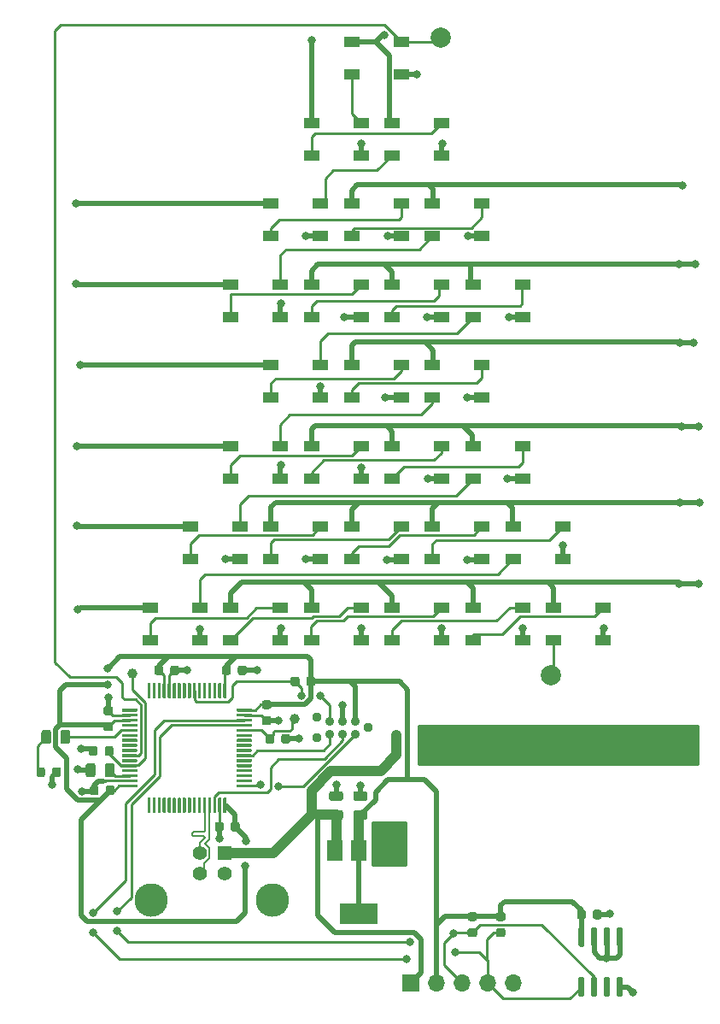
<source format=gbr>
%TF.GenerationSoftware,KiCad,Pcbnew,5.1.6-1.fc32*%
%TF.CreationDate,2020-11-21T02:42:39+01:00*%
%TF.ProjectId,christmas-card,63687269-7374-46d6-9173-2d636172642e,rev?*%
%TF.SameCoordinates,Original*%
%TF.FileFunction,Copper,L1,Top*%
%TF.FilePolarity,Positive*%
%FSLAX46Y46*%
G04 Gerber Fmt 4.6, Leading zero omitted, Abs format (unit mm)*
G04 Created by KiCad (PCBNEW 5.1.6-1.fc32) date 2020-11-21 02:42:39*
%MOMM*%
%LPD*%
G01*
G04 APERTURE LIST*
%TA.AperFunction,SMDPad,CuDef*%
%ADD10C,1.000000*%
%TD*%
%TA.AperFunction,ComponentPad*%
%ADD11C,2.000000*%
%TD*%
%TA.AperFunction,SMDPad,CuDef*%
%ADD12R,1.500000X2.000000*%
%TD*%
%TA.AperFunction,SMDPad,CuDef*%
%ADD13R,3.800000X2.000000*%
%TD*%
%TA.AperFunction,ComponentPad*%
%ADD14C,3.316000*%
%TD*%
%TA.AperFunction,ComponentPad*%
%ADD15C,1.408000*%
%TD*%
%TA.AperFunction,ComponentPad*%
%ADD16R,1.408000X1.408000*%
%TD*%
%TA.AperFunction,ComponentPad*%
%ADD17O,1.700000X1.700000*%
%TD*%
%TA.AperFunction,ComponentPad*%
%ADD18R,1.700000X1.700000*%
%TD*%
%TA.AperFunction,ConnectorPad*%
%ADD19C,0.889000*%
%TD*%
%TA.AperFunction,ComponentPad*%
%ADD20C,0.949960*%
%TD*%
%TA.AperFunction,SMDPad,CuDef*%
%ADD21R,1.500000X1.000000*%
%TD*%
%TA.AperFunction,ViaPad*%
%ADD22C,0.800000*%
%TD*%
%TA.AperFunction,Conductor*%
%ADD23C,0.250000*%
%TD*%
%TA.AperFunction,Conductor*%
%ADD24C,0.500000*%
%TD*%
%TA.AperFunction,Conductor*%
%ADD25C,1.000000*%
%TD*%
%TA.AperFunction,Conductor*%
%ADD26C,0.200000*%
%TD*%
%TA.AperFunction,Conductor*%
%ADD27C,0.254000*%
%TD*%
G04 APERTURE END LIST*
%TO.P,C9,2*%
%TO.N,GND*%
%TA.AperFunction,SMDPad,CuDef*%
G36*
G01*
X156450000Y-161056250D02*
X156450000Y-160543750D01*
G75*
G02*
X156668750Y-160325000I218750J0D01*
G01*
X157106250Y-160325000D01*
G75*
G02*
X157325000Y-160543750I0J-218750D01*
G01*
X157325000Y-161056250D01*
G75*
G02*
X157106250Y-161275000I-218750J0D01*
G01*
X156668750Y-161275000D01*
G75*
G02*
X156450000Y-161056250I0J218750D01*
G01*
G37*
%TD.AperFunction*%
%TO.P,C9,1*%
%TO.N,+3V3*%
%TA.AperFunction,SMDPad,CuDef*%
G36*
G01*
X154875000Y-161056250D02*
X154875000Y-160543750D01*
G75*
G02*
X155093750Y-160325000I218750J0D01*
G01*
X155531250Y-160325000D01*
G75*
G02*
X155750000Y-160543750I0J-218750D01*
G01*
X155750000Y-161056250D01*
G75*
G02*
X155531250Y-161275000I-218750J0D01*
G01*
X155093750Y-161275000D01*
G75*
G02*
X154875000Y-161056250I0J218750D01*
G01*
G37*
%TD.AperFunction*%
%TD*%
%TO.P,U3,8*%
%TO.N,+3V3*%
%TA.AperFunction,SMDPad,CuDef*%
G36*
G01*
X155445000Y-164000000D02*
X155145000Y-164000000D01*
G75*
G02*
X154995000Y-163850000I0J150000D01*
G01*
X154995000Y-162200000D01*
G75*
G02*
X155145000Y-162050000I150000J0D01*
G01*
X155445000Y-162050000D01*
G75*
G02*
X155595000Y-162200000I0J-150000D01*
G01*
X155595000Y-163850000D01*
G75*
G02*
X155445000Y-164000000I-150000J0D01*
G01*
G37*
%TD.AperFunction*%
%TO.P,U3,7*%
%TO.N,GND*%
%TA.AperFunction,SMDPad,CuDef*%
G36*
G01*
X156715000Y-164000000D02*
X156415000Y-164000000D01*
G75*
G02*
X156265000Y-163850000I0J150000D01*
G01*
X156265000Y-162200000D01*
G75*
G02*
X156415000Y-162050000I150000J0D01*
G01*
X156715000Y-162050000D01*
G75*
G02*
X156865000Y-162200000I0J-150000D01*
G01*
X156865000Y-163850000D01*
G75*
G02*
X156715000Y-164000000I-150000J0D01*
G01*
G37*
%TD.AperFunction*%
%TO.P,U3,6*%
%TA.AperFunction,SMDPad,CuDef*%
G36*
G01*
X157985000Y-164000000D02*
X157685000Y-164000000D01*
G75*
G02*
X157535000Y-163850000I0J150000D01*
G01*
X157535000Y-162200000D01*
G75*
G02*
X157685000Y-162050000I150000J0D01*
G01*
X157985000Y-162050000D01*
G75*
G02*
X158135000Y-162200000I0J-150000D01*
G01*
X158135000Y-163850000D01*
G75*
G02*
X157985000Y-164000000I-150000J0D01*
G01*
G37*
%TD.AperFunction*%
%TO.P,U3,5*%
%TA.AperFunction,SMDPad,CuDef*%
G36*
G01*
X159255000Y-164000000D02*
X158955000Y-164000000D01*
G75*
G02*
X158805000Y-163850000I0J150000D01*
G01*
X158805000Y-162200000D01*
G75*
G02*
X158955000Y-162050000I150000J0D01*
G01*
X159255000Y-162050000D01*
G75*
G02*
X159405000Y-162200000I0J-150000D01*
G01*
X159405000Y-163850000D01*
G75*
G02*
X159255000Y-164000000I-150000J0D01*
G01*
G37*
%TD.AperFunction*%
%TO.P,U3,4*%
%TA.AperFunction,SMDPad,CuDef*%
G36*
G01*
X159255000Y-168950000D02*
X158955000Y-168950000D01*
G75*
G02*
X158805000Y-168800000I0J150000D01*
G01*
X158805000Y-167150000D01*
G75*
G02*
X158955000Y-167000000I150000J0D01*
G01*
X159255000Y-167000000D01*
G75*
G02*
X159405000Y-167150000I0J-150000D01*
G01*
X159405000Y-168800000D01*
G75*
G02*
X159255000Y-168950000I-150000J0D01*
G01*
G37*
%TD.AperFunction*%
%TO.P,U3,3*%
%TO.N,N/C*%
%TA.AperFunction,SMDPad,CuDef*%
G36*
G01*
X157985000Y-168950000D02*
X157685000Y-168950000D01*
G75*
G02*
X157535000Y-168800000I0J150000D01*
G01*
X157535000Y-167150000D01*
G75*
G02*
X157685000Y-167000000I150000J0D01*
G01*
X157985000Y-167000000D01*
G75*
G02*
X158135000Y-167150000I0J-150000D01*
G01*
X158135000Y-168800000D01*
G75*
G02*
X157985000Y-168950000I-150000J0D01*
G01*
G37*
%TD.AperFunction*%
%TO.P,U3,2*%
%TO.N,/i2c_SCL*%
%TA.AperFunction,SMDPad,CuDef*%
G36*
G01*
X156715000Y-168950000D02*
X156415000Y-168950000D01*
G75*
G02*
X156265000Y-168800000I0J150000D01*
G01*
X156265000Y-167150000D01*
G75*
G02*
X156415000Y-167000000I150000J0D01*
G01*
X156715000Y-167000000D01*
G75*
G02*
X156865000Y-167150000I0J-150000D01*
G01*
X156865000Y-168800000D01*
G75*
G02*
X156715000Y-168950000I-150000J0D01*
G01*
G37*
%TD.AperFunction*%
%TO.P,U3,1*%
%TO.N,/i2c_SDA*%
%TA.AperFunction,SMDPad,CuDef*%
G36*
G01*
X155445000Y-168950000D02*
X155145000Y-168950000D01*
G75*
G02*
X154995000Y-168800000I0J150000D01*
G01*
X154995000Y-167150000D01*
G75*
G02*
X155145000Y-167000000I150000J0D01*
G01*
X155445000Y-167000000D01*
G75*
G02*
X155595000Y-167150000I0J-150000D01*
G01*
X155595000Y-168800000D01*
G75*
G02*
X155445000Y-168950000I-150000J0D01*
G01*
G37*
%TD.AperFunction*%
%TD*%
D10*
%TO.P,TP3,1*%
%TO.N,/BOOT1*%
X110800000Y-136900000D03*
%TD*%
%TO.P,TP2,1*%
%TO.N,/BOOT0*%
X126900000Y-141400000D03*
%TD*%
D11*
%TO.P,TP4,1*%
%TO.N,Net-(D29-Pad2)*%
X152300000Y-137100000D03*
%TD*%
%TO.P,TP1,1*%
%TO.N,/LED_CHAIN*%
X141400000Y-73900000D03*
%TD*%
%TO.P,R6,2*%
%TO.N,GND*%
%TA.AperFunction,SMDPad,CuDef*%
G36*
G01*
X107350000Y-144343750D02*
X107350000Y-144856250D01*
G75*
G02*
X107131250Y-145075000I-218750J0D01*
G01*
X106693750Y-145075000D01*
G75*
G02*
X106475000Y-144856250I0J218750D01*
G01*
X106475000Y-144343750D01*
G75*
G02*
X106693750Y-144125000I218750J0D01*
G01*
X107131250Y-144125000D01*
G75*
G02*
X107350000Y-144343750I0J-218750D01*
G01*
G37*
%TD.AperFunction*%
%TO.P,R6,1*%
%TO.N,/BOOT1*%
%TA.AperFunction,SMDPad,CuDef*%
G36*
G01*
X108925000Y-144343750D02*
X108925000Y-144856250D01*
G75*
G02*
X108706250Y-145075000I-218750J0D01*
G01*
X108268750Y-145075000D01*
G75*
G02*
X108050000Y-144856250I0J218750D01*
G01*
X108050000Y-144343750D01*
G75*
G02*
X108268750Y-144125000I218750J0D01*
G01*
X108706250Y-144125000D01*
G75*
G02*
X108925000Y-144343750I0J-218750D01*
G01*
G37*
%TD.AperFunction*%
%TD*%
%TO.P,R5,2*%
%TO.N,GND*%
%TA.AperFunction,SMDPad,CuDef*%
G36*
G01*
X125550000Y-143656250D02*
X125550000Y-143143750D01*
G75*
G02*
X125768750Y-142925000I218750J0D01*
G01*
X126206250Y-142925000D01*
G75*
G02*
X126425000Y-143143750I0J-218750D01*
G01*
X126425000Y-143656250D01*
G75*
G02*
X126206250Y-143875000I-218750J0D01*
G01*
X125768750Y-143875000D01*
G75*
G02*
X125550000Y-143656250I0J218750D01*
G01*
G37*
%TD.AperFunction*%
%TO.P,R5,1*%
%TO.N,/BOOT0*%
%TA.AperFunction,SMDPad,CuDef*%
G36*
G01*
X123975000Y-143656250D02*
X123975000Y-143143750D01*
G75*
G02*
X124193750Y-142925000I218750J0D01*
G01*
X124631250Y-142925000D01*
G75*
G02*
X124850000Y-143143750I0J-218750D01*
G01*
X124850000Y-143656250D01*
G75*
G02*
X124631250Y-143875000I-218750J0D01*
G01*
X124193750Y-143875000D01*
G75*
G02*
X123975000Y-143656250I0J218750D01*
G01*
G37*
%TD.AperFunction*%
%TD*%
%TO.P,R4,2*%
%TO.N,/i2c_SDA*%
%TA.AperFunction,SMDPad,CuDef*%
G36*
G01*
X147043750Y-162150000D02*
X147556250Y-162150000D01*
G75*
G02*
X147775000Y-162368750I0J-218750D01*
G01*
X147775000Y-162806250D01*
G75*
G02*
X147556250Y-163025000I-218750J0D01*
G01*
X147043750Y-163025000D01*
G75*
G02*
X146825000Y-162806250I0J218750D01*
G01*
X146825000Y-162368750D01*
G75*
G02*
X147043750Y-162150000I218750J0D01*
G01*
G37*
%TD.AperFunction*%
%TO.P,R4,1*%
%TO.N,+3V3*%
%TA.AperFunction,SMDPad,CuDef*%
G36*
G01*
X147043750Y-160575000D02*
X147556250Y-160575000D01*
G75*
G02*
X147775000Y-160793750I0J-218750D01*
G01*
X147775000Y-161231250D01*
G75*
G02*
X147556250Y-161450000I-218750J0D01*
G01*
X147043750Y-161450000D01*
G75*
G02*
X146825000Y-161231250I0J218750D01*
G01*
X146825000Y-160793750D01*
G75*
G02*
X147043750Y-160575000I218750J0D01*
G01*
G37*
%TD.AperFunction*%
%TD*%
%TO.P,R3,2*%
%TO.N,/i2c_SCL*%
%TA.AperFunction,SMDPad,CuDef*%
G36*
G01*
X144243750Y-162150000D02*
X144756250Y-162150000D01*
G75*
G02*
X144975000Y-162368750I0J-218750D01*
G01*
X144975000Y-162806250D01*
G75*
G02*
X144756250Y-163025000I-218750J0D01*
G01*
X144243750Y-163025000D01*
G75*
G02*
X144025000Y-162806250I0J218750D01*
G01*
X144025000Y-162368750D01*
G75*
G02*
X144243750Y-162150000I218750J0D01*
G01*
G37*
%TD.AperFunction*%
%TO.P,R3,1*%
%TO.N,+3V3*%
%TA.AperFunction,SMDPad,CuDef*%
G36*
G01*
X144243750Y-160575000D02*
X144756250Y-160575000D01*
G75*
G02*
X144975000Y-160793750I0J-218750D01*
G01*
X144975000Y-161231250D01*
G75*
G02*
X144756250Y-161450000I-218750J0D01*
G01*
X144243750Y-161450000D01*
G75*
G02*
X144025000Y-161231250I0J218750D01*
G01*
X144025000Y-160793750D01*
G75*
G02*
X144243750Y-160575000I218750J0D01*
G01*
G37*
%TD.AperFunction*%
%TD*%
%TO.P,U2,64*%
%TO.N,+3V3*%
%TA.AperFunction,SMDPad,CuDef*%
G36*
G01*
X121175000Y-140400000D02*
X122575000Y-140400000D01*
G75*
G02*
X122650000Y-140475000I0J-75000D01*
G01*
X122650000Y-140625000D01*
G75*
G02*
X122575000Y-140700000I-75000J0D01*
G01*
X121175000Y-140700000D01*
G75*
G02*
X121100000Y-140625000I0J75000D01*
G01*
X121100000Y-140475000D01*
G75*
G02*
X121175000Y-140400000I75000J0D01*
G01*
G37*
%TD.AperFunction*%
%TO.P,U2,63*%
%TO.N,GND*%
%TA.AperFunction,SMDPad,CuDef*%
G36*
G01*
X121175000Y-140900000D02*
X122575000Y-140900000D01*
G75*
G02*
X122650000Y-140975000I0J-75000D01*
G01*
X122650000Y-141125000D01*
G75*
G02*
X122575000Y-141200000I-75000J0D01*
G01*
X121175000Y-141200000D01*
G75*
G02*
X121100000Y-141125000I0J75000D01*
G01*
X121100000Y-140975000D01*
G75*
G02*
X121175000Y-140900000I75000J0D01*
G01*
G37*
%TD.AperFunction*%
%TO.P,U2,62*%
%TO.N,/i2c_SDA*%
%TA.AperFunction,SMDPad,CuDef*%
G36*
G01*
X121175000Y-141400000D02*
X122575000Y-141400000D01*
G75*
G02*
X122650000Y-141475000I0J-75000D01*
G01*
X122650000Y-141625000D01*
G75*
G02*
X122575000Y-141700000I-75000J0D01*
G01*
X121175000Y-141700000D01*
G75*
G02*
X121100000Y-141625000I0J75000D01*
G01*
X121100000Y-141475000D01*
G75*
G02*
X121175000Y-141400000I75000J0D01*
G01*
G37*
%TD.AperFunction*%
%TO.P,U2,61*%
%TO.N,/i2c_SCL*%
%TA.AperFunction,SMDPad,CuDef*%
G36*
G01*
X121175000Y-141900000D02*
X122575000Y-141900000D01*
G75*
G02*
X122650000Y-141975000I0J-75000D01*
G01*
X122650000Y-142125000D01*
G75*
G02*
X122575000Y-142200000I-75000J0D01*
G01*
X121175000Y-142200000D01*
G75*
G02*
X121100000Y-142125000I0J75000D01*
G01*
X121100000Y-141975000D01*
G75*
G02*
X121175000Y-141900000I75000J0D01*
G01*
G37*
%TD.AperFunction*%
%TO.P,U2,60*%
%TO.N,/BOOT0*%
%TA.AperFunction,SMDPad,CuDef*%
G36*
G01*
X121175000Y-142400000D02*
X122575000Y-142400000D01*
G75*
G02*
X122650000Y-142475000I0J-75000D01*
G01*
X122650000Y-142625000D01*
G75*
G02*
X122575000Y-142700000I-75000J0D01*
G01*
X121175000Y-142700000D01*
G75*
G02*
X121100000Y-142625000I0J75000D01*
G01*
X121100000Y-142475000D01*
G75*
G02*
X121175000Y-142400000I75000J0D01*
G01*
G37*
%TD.AperFunction*%
%TO.P,U2,59*%
%TO.N,N/C*%
%TA.AperFunction,SMDPad,CuDef*%
G36*
G01*
X121175000Y-142900000D02*
X122575000Y-142900000D01*
G75*
G02*
X122650000Y-142975000I0J-75000D01*
G01*
X122650000Y-143125000D01*
G75*
G02*
X122575000Y-143200000I-75000J0D01*
G01*
X121175000Y-143200000D01*
G75*
G02*
X121100000Y-143125000I0J75000D01*
G01*
X121100000Y-142975000D01*
G75*
G02*
X121175000Y-142900000I75000J0D01*
G01*
G37*
%TD.AperFunction*%
%TO.P,U2,58*%
%TA.AperFunction,SMDPad,CuDef*%
G36*
G01*
X121175000Y-143400000D02*
X122575000Y-143400000D01*
G75*
G02*
X122650000Y-143475000I0J-75000D01*
G01*
X122650000Y-143625000D01*
G75*
G02*
X122575000Y-143700000I-75000J0D01*
G01*
X121175000Y-143700000D01*
G75*
G02*
X121100000Y-143625000I0J75000D01*
G01*
X121100000Y-143475000D01*
G75*
G02*
X121175000Y-143400000I75000J0D01*
G01*
G37*
%TD.AperFunction*%
%TO.P,U2,57*%
%TA.AperFunction,SMDPad,CuDef*%
G36*
G01*
X121175000Y-143900000D02*
X122575000Y-143900000D01*
G75*
G02*
X122650000Y-143975000I0J-75000D01*
G01*
X122650000Y-144125000D01*
G75*
G02*
X122575000Y-144200000I-75000J0D01*
G01*
X121175000Y-144200000D01*
G75*
G02*
X121100000Y-144125000I0J75000D01*
G01*
X121100000Y-143975000D01*
G75*
G02*
X121175000Y-143900000I75000J0D01*
G01*
G37*
%TD.AperFunction*%
%TO.P,U2,56*%
%TA.AperFunction,SMDPad,CuDef*%
G36*
G01*
X121175000Y-144400000D02*
X122575000Y-144400000D01*
G75*
G02*
X122650000Y-144475000I0J-75000D01*
G01*
X122650000Y-144625000D01*
G75*
G02*
X122575000Y-144700000I-75000J0D01*
G01*
X121175000Y-144700000D01*
G75*
G02*
X121100000Y-144625000I0J75000D01*
G01*
X121100000Y-144475000D01*
G75*
G02*
X121175000Y-144400000I75000J0D01*
G01*
G37*
%TD.AperFunction*%
%TO.P,U2,55*%
%TO.N,/SWO*%
%TA.AperFunction,SMDPad,CuDef*%
G36*
G01*
X121175000Y-144900000D02*
X122575000Y-144900000D01*
G75*
G02*
X122650000Y-144975000I0J-75000D01*
G01*
X122650000Y-145125000D01*
G75*
G02*
X122575000Y-145200000I-75000J0D01*
G01*
X121175000Y-145200000D01*
G75*
G02*
X121100000Y-145125000I0J75000D01*
G01*
X121100000Y-144975000D01*
G75*
G02*
X121175000Y-144900000I75000J0D01*
G01*
G37*
%TD.AperFunction*%
%TO.P,U2,54*%
%TO.N,N/C*%
%TA.AperFunction,SMDPad,CuDef*%
G36*
G01*
X121175000Y-145400000D02*
X122575000Y-145400000D01*
G75*
G02*
X122650000Y-145475000I0J-75000D01*
G01*
X122650000Y-145625000D01*
G75*
G02*
X122575000Y-145700000I-75000J0D01*
G01*
X121175000Y-145700000D01*
G75*
G02*
X121100000Y-145625000I0J75000D01*
G01*
X121100000Y-145475000D01*
G75*
G02*
X121175000Y-145400000I75000J0D01*
G01*
G37*
%TD.AperFunction*%
%TO.P,U2,53*%
%TA.AperFunction,SMDPad,CuDef*%
G36*
G01*
X121175000Y-145900000D02*
X122575000Y-145900000D01*
G75*
G02*
X122650000Y-145975000I0J-75000D01*
G01*
X122650000Y-146125000D01*
G75*
G02*
X122575000Y-146200000I-75000J0D01*
G01*
X121175000Y-146200000D01*
G75*
G02*
X121100000Y-146125000I0J75000D01*
G01*
X121100000Y-145975000D01*
G75*
G02*
X121175000Y-145900000I75000J0D01*
G01*
G37*
%TD.AperFunction*%
%TO.P,U2,52*%
%TA.AperFunction,SMDPad,CuDef*%
G36*
G01*
X121175000Y-146400000D02*
X122575000Y-146400000D01*
G75*
G02*
X122650000Y-146475000I0J-75000D01*
G01*
X122650000Y-146625000D01*
G75*
G02*
X122575000Y-146700000I-75000J0D01*
G01*
X121175000Y-146700000D01*
G75*
G02*
X121100000Y-146625000I0J75000D01*
G01*
X121100000Y-146475000D01*
G75*
G02*
X121175000Y-146400000I75000J0D01*
G01*
G37*
%TD.AperFunction*%
%TO.P,U2,51*%
%TA.AperFunction,SMDPad,CuDef*%
G36*
G01*
X121175000Y-146900000D02*
X122575000Y-146900000D01*
G75*
G02*
X122650000Y-146975000I0J-75000D01*
G01*
X122650000Y-147125000D01*
G75*
G02*
X122575000Y-147200000I-75000J0D01*
G01*
X121175000Y-147200000D01*
G75*
G02*
X121100000Y-147125000I0J75000D01*
G01*
X121100000Y-146975000D01*
G75*
G02*
X121175000Y-146900000I75000J0D01*
G01*
G37*
%TD.AperFunction*%
%TO.P,U2,50*%
%TA.AperFunction,SMDPad,CuDef*%
G36*
G01*
X121175000Y-147400000D02*
X122575000Y-147400000D01*
G75*
G02*
X122650000Y-147475000I0J-75000D01*
G01*
X122650000Y-147625000D01*
G75*
G02*
X122575000Y-147700000I-75000J0D01*
G01*
X121175000Y-147700000D01*
G75*
G02*
X121100000Y-147625000I0J75000D01*
G01*
X121100000Y-147475000D01*
G75*
G02*
X121175000Y-147400000I75000J0D01*
G01*
G37*
%TD.AperFunction*%
%TO.P,U2,49*%
%TO.N,/SWCLK*%
%TA.AperFunction,SMDPad,CuDef*%
G36*
G01*
X121175000Y-147900000D02*
X122575000Y-147900000D01*
G75*
G02*
X122650000Y-147975000I0J-75000D01*
G01*
X122650000Y-148125000D01*
G75*
G02*
X122575000Y-148200000I-75000J0D01*
G01*
X121175000Y-148200000D01*
G75*
G02*
X121100000Y-148125000I0J75000D01*
G01*
X121100000Y-147975000D01*
G75*
G02*
X121175000Y-147900000I75000J0D01*
G01*
G37*
%TD.AperFunction*%
%TO.P,U2,48*%
%TO.N,+3V3*%
%TA.AperFunction,SMDPad,CuDef*%
G36*
G01*
X119875000Y-149200000D02*
X120025000Y-149200000D01*
G75*
G02*
X120100000Y-149275000I0J-75000D01*
G01*
X120100000Y-150675000D01*
G75*
G02*
X120025000Y-150750000I-75000J0D01*
G01*
X119875000Y-150750000D01*
G75*
G02*
X119800000Y-150675000I0J75000D01*
G01*
X119800000Y-149275000D01*
G75*
G02*
X119875000Y-149200000I75000J0D01*
G01*
G37*
%TD.AperFunction*%
%TO.P,U2,47*%
%TO.N,GND*%
%TA.AperFunction,SMDPad,CuDef*%
G36*
G01*
X119375000Y-149200000D02*
X119525000Y-149200000D01*
G75*
G02*
X119600000Y-149275000I0J-75000D01*
G01*
X119600000Y-150675000D01*
G75*
G02*
X119525000Y-150750000I-75000J0D01*
G01*
X119375000Y-150750000D01*
G75*
G02*
X119300000Y-150675000I0J75000D01*
G01*
X119300000Y-149275000D01*
G75*
G02*
X119375000Y-149200000I75000J0D01*
G01*
G37*
%TD.AperFunction*%
%TO.P,U2,46*%
%TO.N,/SWDIO*%
%TA.AperFunction,SMDPad,CuDef*%
G36*
G01*
X118875000Y-149200000D02*
X119025000Y-149200000D01*
G75*
G02*
X119100000Y-149275000I0J-75000D01*
G01*
X119100000Y-150675000D01*
G75*
G02*
X119025000Y-150750000I-75000J0D01*
G01*
X118875000Y-150750000D01*
G75*
G02*
X118800000Y-150675000I0J75000D01*
G01*
X118800000Y-149275000D01*
G75*
G02*
X118875000Y-149200000I75000J0D01*
G01*
G37*
%TD.AperFunction*%
%TO.P,U2,45*%
%TO.N,/USB_D+*%
%TA.AperFunction,SMDPad,CuDef*%
G36*
G01*
X118375000Y-149200000D02*
X118525000Y-149200000D01*
G75*
G02*
X118600000Y-149275000I0J-75000D01*
G01*
X118600000Y-150675000D01*
G75*
G02*
X118525000Y-150750000I-75000J0D01*
G01*
X118375000Y-150750000D01*
G75*
G02*
X118300000Y-150675000I0J75000D01*
G01*
X118300000Y-149275000D01*
G75*
G02*
X118375000Y-149200000I75000J0D01*
G01*
G37*
%TD.AperFunction*%
%TO.P,U2,44*%
%TO.N,/USB_D-*%
%TA.AperFunction,SMDPad,CuDef*%
G36*
G01*
X117875000Y-149200000D02*
X118025000Y-149200000D01*
G75*
G02*
X118100000Y-149275000I0J-75000D01*
G01*
X118100000Y-150675000D01*
G75*
G02*
X118025000Y-150750000I-75000J0D01*
G01*
X117875000Y-150750000D01*
G75*
G02*
X117800000Y-150675000I0J75000D01*
G01*
X117800000Y-149275000D01*
G75*
G02*
X117875000Y-149200000I75000J0D01*
G01*
G37*
%TD.AperFunction*%
%TO.P,U2,43*%
%TO.N,N/C*%
%TA.AperFunction,SMDPad,CuDef*%
G36*
G01*
X117375000Y-149200000D02*
X117525000Y-149200000D01*
G75*
G02*
X117600000Y-149275000I0J-75000D01*
G01*
X117600000Y-150675000D01*
G75*
G02*
X117525000Y-150750000I-75000J0D01*
G01*
X117375000Y-150750000D01*
G75*
G02*
X117300000Y-150675000I0J75000D01*
G01*
X117300000Y-149275000D01*
G75*
G02*
X117375000Y-149200000I75000J0D01*
G01*
G37*
%TD.AperFunction*%
%TO.P,U2,42*%
%TA.AperFunction,SMDPad,CuDef*%
G36*
G01*
X116875000Y-149200000D02*
X117025000Y-149200000D01*
G75*
G02*
X117100000Y-149275000I0J-75000D01*
G01*
X117100000Y-150675000D01*
G75*
G02*
X117025000Y-150750000I-75000J0D01*
G01*
X116875000Y-150750000D01*
G75*
G02*
X116800000Y-150675000I0J75000D01*
G01*
X116800000Y-149275000D01*
G75*
G02*
X116875000Y-149200000I75000J0D01*
G01*
G37*
%TD.AperFunction*%
%TO.P,U2,41*%
%TA.AperFunction,SMDPad,CuDef*%
G36*
G01*
X116375000Y-149200000D02*
X116525000Y-149200000D01*
G75*
G02*
X116600000Y-149275000I0J-75000D01*
G01*
X116600000Y-150675000D01*
G75*
G02*
X116525000Y-150750000I-75000J0D01*
G01*
X116375000Y-150750000D01*
G75*
G02*
X116300000Y-150675000I0J75000D01*
G01*
X116300000Y-149275000D01*
G75*
G02*
X116375000Y-149200000I75000J0D01*
G01*
G37*
%TD.AperFunction*%
%TO.P,U2,40*%
%TA.AperFunction,SMDPad,CuDef*%
G36*
G01*
X115875000Y-149200000D02*
X116025000Y-149200000D01*
G75*
G02*
X116100000Y-149275000I0J-75000D01*
G01*
X116100000Y-150675000D01*
G75*
G02*
X116025000Y-150750000I-75000J0D01*
G01*
X115875000Y-150750000D01*
G75*
G02*
X115800000Y-150675000I0J75000D01*
G01*
X115800000Y-149275000D01*
G75*
G02*
X115875000Y-149200000I75000J0D01*
G01*
G37*
%TD.AperFunction*%
%TO.P,U2,39*%
%TA.AperFunction,SMDPad,CuDef*%
G36*
G01*
X115375000Y-149200000D02*
X115525000Y-149200000D01*
G75*
G02*
X115600000Y-149275000I0J-75000D01*
G01*
X115600000Y-150675000D01*
G75*
G02*
X115525000Y-150750000I-75000J0D01*
G01*
X115375000Y-150750000D01*
G75*
G02*
X115300000Y-150675000I0J75000D01*
G01*
X115300000Y-149275000D01*
G75*
G02*
X115375000Y-149200000I75000J0D01*
G01*
G37*
%TD.AperFunction*%
%TO.P,U2,38*%
%TA.AperFunction,SMDPad,CuDef*%
G36*
G01*
X114875000Y-149200000D02*
X115025000Y-149200000D01*
G75*
G02*
X115100000Y-149275000I0J-75000D01*
G01*
X115100000Y-150675000D01*
G75*
G02*
X115025000Y-150750000I-75000J0D01*
G01*
X114875000Y-150750000D01*
G75*
G02*
X114800000Y-150675000I0J75000D01*
G01*
X114800000Y-149275000D01*
G75*
G02*
X114875000Y-149200000I75000J0D01*
G01*
G37*
%TD.AperFunction*%
%TO.P,U2,37*%
%TA.AperFunction,SMDPad,CuDef*%
G36*
G01*
X114375000Y-149200000D02*
X114525000Y-149200000D01*
G75*
G02*
X114600000Y-149275000I0J-75000D01*
G01*
X114600000Y-150675000D01*
G75*
G02*
X114525000Y-150750000I-75000J0D01*
G01*
X114375000Y-150750000D01*
G75*
G02*
X114300000Y-150675000I0J75000D01*
G01*
X114300000Y-149275000D01*
G75*
G02*
X114375000Y-149200000I75000J0D01*
G01*
G37*
%TD.AperFunction*%
%TO.P,U2,36*%
%TA.AperFunction,SMDPad,CuDef*%
G36*
G01*
X113875000Y-149200000D02*
X114025000Y-149200000D01*
G75*
G02*
X114100000Y-149275000I0J-75000D01*
G01*
X114100000Y-150675000D01*
G75*
G02*
X114025000Y-150750000I-75000J0D01*
G01*
X113875000Y-150750000D01*
G75*
G02*
X113800000Y-150675000I0J75000D01*
G01*
X113800000Y-149275000D01*
G75*
G02*
X113875000Y-149200000I75000J0D01*
G01*
G37*
%TD.AperFunction*%
%TO.P,U2,35*%
%TA.AperFunction,SMDPad,CuDef*%
G36*
G01*
X113375000Y-149200000D02*
X113525000Y-149200000D01*
G75*
G02*
X113600000Y-149275000I0J-75000D01*
G01*
X113600000Y-150675000D01*
G75*
G02*
X113525000Y-150750000I-75000J0D01*
G01*
X113375000Y-150750000D01*
G75*
G02*
X113300000Y-150675000I0J75000D01*
G01*
X113300000Y-149275000D01*
G75*
G02*
X113375000Y-149200000I75000J0D01*
G01*
G37*
%TD.AperFunction*%
%TO.P,U2,34*%
%TA.AperFunction,SMDPad,CuDef*%
G36*
G01*
X112875000Y-149200000D02*
X113025000Y-149200000D01*
G75*
G02*
X113100000Y-149275000I0J-75000D01*
G01*
X113100000Y-150675000D01*
G75*
G02*
X113025000Y-150750000I-75000J0D01*
G01*
X112875000Y-150750000D01*
G75*
G02*
X112800000Y-150675000I0J75000D01*
G01*
X112800000Y-149275000D01*
G75*
G02*
X112875000Y-149200000I75000J0D01*
G01*
G37*
%TD.AperFunction*%
%TO.P,U2,33*%
%TA.AperFunction,SMDPad,CuDef*%
G36*
G01*
X112375000Y-149200000D02*
X112525000Y-149200000D01*
G75*
G02*
X112600000Y-149275000I0J-75000D01*
G01*
X112600000Y-150675000D01*
G75*
G02*
X112525000Y-150750000I-75000J0D01*
G01*
X112375000Y-150750000D01*
G75*
G02*
X112300000Y-150675000I0J75000D01*
G01*
X112300000Y-149275000D01*
G75*
G02*
X112375000Y-149200000I75000J0D01*
G01*
G37*
%TD.AperFunction*%
%TO.P,U2,32*%
%TO.N,+3V3*%
%TA.AperFunction,SMDPad,CuDef*%
G36*
G01*
X109825000Y-147900000D02*
X111225000Y-147900000D01*
G75*
G02*
X111300000Y-147975000I0J-75000D01*
G01*
X111300000Y-148125000D01*
G75*
G02*
X111225000Y-148200000I-75000J0D01*
G01*
X109825000Y-148200000D01*
G75*
G02*
X109750000Y-148125000I0J75000D01*
G01*
X109750000Y-147975000D01*
G75*
G02*
X109825000Y-147900000I75000J0D01*
G01*
G37*
%TD.AperFunction*%
%TO.P,U2,31*%
%TO.N,GND*%
%TA.AperFunction,SMDPad,CuDef*%
G36*
G01*
X109825000Y-147400000D02*
X111225000Y-147400000D01*
G75*
G02*
X111300000Y-147475000I0J-75000D01*
G01*
X111300000Y-147625000D01*
G75*
G02*
X111225000Y-147700000I-75000J0D01*
G01*
X109825000Y-147700000D01*
G75*
G02*
X109750000Y-147625000I0J75000D01*
G01*
X109750000Y-147475000D01*
G75*
G02*
X109825000Y-147400000I75000J0D01*
G01*
G37*
%TD.AperFunction*%
%TO.P,U2,30*%
%TO.N,Net-(C10-Pad2)*%
%TA.AperFunction,SMDPad,CuDef*%
G36*
G01*
X109825000Y-146900000D02*
X111225000Y-146900000D01*
G75*
G02*
X111300000Y-146975000I0J-75000D01*
G01*
X111300000Y-147125000D01*
G75*
G02*
X111225000Y-147200000I-75000J0D01*
G01*
X109825000Y-147200000D01*
G75*
G02*
X109750000Y-147125000I0J75000D01*
G01*
X109750000Y-146975000D01*
G75*
G02*
X109825000Y-146900000I75000J0D01*
G01*
G37*
%TD.AperFunction*%
%TO.P,U2,29*%
%TO.N,N/C*%
%TA.AperFunction,SMDPad,CuDef*%
G36*
G01*
X109825000Y-146400000D02*
X111225000Y-146400000D01*
G75*
G02*
X111300000Y-146475000I0J-75000D01*
G01*
X111300000Y-146625000D01*
G75*
G02*
X111225000Y-146700000I-75000J0D01*
G01*
X109825000Y-146700000D01*
G75*
G02*
X109750000Y-146625000I0J75000D01*
G01*
X109750000Y-146475000D01*
G75*
G02*
X109825000Y-146400000I75000J0D01*
G01*
G37*
%TD.AperFunction*%
%TO.P,U2,28*%
%TO.N,/BOOT1*%
%TA.AperFunction,SMDPad,CuDef*%
G36*
G01*
X109825000Y-145900000D02*
X111225000Y-145900000D01*
G75*
G02*
X111300000Y-145975000I0J-75000D01*
G01*
X111300000Y-146125000D01*
G75*
G02*
X111225000Y-146200000I-75000J0D01*
G01*
X109825000Y-146200000D01*
G75*
G02*
X109750000Y-146125000I0J75000D01*
G01*
X109750000Y-145975000D01*
G75*
G02*
X109825000Y-145900000I75000J0D01*
G01*
G37*
%TD.AperFunction*%
%TO.P,U2,27*%
%TO.N,N/C*%
%TA.AperFunction,SMDPad,CuDef*%
G36*
G01*
X109825000Y-145400000D02*
X111225000Y-145400000D01*
G75*
G02*
X111300000Y-145475000I0J-75000D01*
G01*
X111300000Y-145625000D01*
G75*
G02*
X111225000Y-145700000I-75000J0D01*
G01*
X109825000Y-145700000D01*
G75*
G02*
X109750000Y-145625000I0J75000D01*
G01*
X109750000Y-145475000D01*
G75*
G02*
X109825000Y-145400000I75000J0D01*
G01*
G37*
%TD.AperFunction*%
%TO.P,U2,26*%
%TO.N,/LED_CHAIN*%
%TA.AperFunction,SMDPad,CuDef*%
G36*
G01*
X109825000Y-144900000D02*
X111225000Y-144900000D01*
G75*
G02*
X111300000Y-144975000I0J-75000D01*
G01*
X111300000Y-145125000D01*
G75*
G02*
X111225000Y-145200000I-75000J0D01*
G01*
X109825000Y-145200000D01*
G75*
G02*
X109750000Y-145125000I0J75000D01*
G01*
X109750000Y-144975000D01*
G75*
G02*
X109825000Y-144900000I75000J0D01*
G01*
G37*
%TD.AperFunction*%
%TO.P,U2,25*%
%TO.N,N/C*%
%TA.AperFunction,SMDPad,CuDef*%
G36*
G01*
X109825000Y-144400000D02*
X111225000Y-144400000D01*
G75*
G02*
X111300000Y-144475000I0J-75000D01*
G01*
X111300000Y-144625000D01*
G75*
G02*
X111225000Y-144700000I-75000J0D01*
G01*
X109825000Y-144700000D01*
G75*
G02*
X109750000Y-144625000I0J75000D01*
G01*
X109750000Y-144475000D01*
G75*
G02*
X109825000Y-144400000I75000J0D01*
G01*
G37*
%TD.AperFunction*%
%TO.P,U2,24*%
%TA.AperFunction,SMDPad,CuDef*%
G36*
G01*
X109825000Y-143900000D02*
X111225000Y-143900000D01*
G75*
G02*
X111300000Y-143975000I0J-75000D01*
G01*
X111300000Y-144125000D01*
G75*
G02*
X111225000Y-144200000I-75000J0D01*
G01*
X109825000Y-144200000D01*
G75*
G02*
X109750000Y-144125000I0J75000D01*
G01*
X109750000Y-143975000D01*
G75*
G02*
X109825000Y-143900000I75000J0D01*
G01*
G37*
%TD.AperFunction*%
%TO.P,U2,23*%
%TA.AperFunction,SMDPad,CuDef*%
G36*
G01*
X109825000Y-143400000D02*
X111225000Y-143400000D01*
G75*
G02*
X111300000Y-143475000I0J-75000D01*
G01*
X111300000Y-143625000D01*
G75*
G02*
X111225000Y-143700000I-75000J0D01*
G01*
X109825000Y-143700000D01*
G75*
G02*
X109750000Y-143625000I0J75000D01*
G01*
X109750000Y-143475000D01*
G75*
G02*
X109825000Y-143400000I75000J0D01*
G01*
G37*
%TD.AperFunction*%
%TO.P,U2,22*%
%TA.AperFunction,SMDPad,CuDef*%
G36*
G01*
X109825000Y-142900000D02*
X111225000Y-142900000D01*
G75*
G02*
X111300000Y-142975000I0J-75000D01*
G01*
X111300000Y-143125000D01*
G75*
G02*
X111225000Y-143200000I-75000J0D01*
G01*
X109825000Y-143200000D01*
G75*
G02*
X109750000Y-143125000I0J75000D01*
G01*
X109750000Y-142975000D01*
G75*
G02*
X109825000Y-142900000I75000J0D01*
G01*
G37*
%TD.AperFunction*%
%TO.P,U2,21*%
%TO.N,Net-(D7-Pad2)*%
%TA.AperFunction,SMDPad,CuDef*%
G36*
G01*
X109825000Y-142400000D02*
X111225000Y-142400000D01*
G75*
G02*
X111300000Y-142475000I0J-75000D01*
G01*
X111300000Y-142625000D01*
G75*
G02*
X111225000Y-142700000I-75000J0D01*
G01*
X109825000Y-142700000D01*
G75*
G02*
X109750000Y-142625000I0J75000D01*
G01*
X109750000Y-142475000D01*
G75*
G02*
X109825000Y-142400000I75000J0D01*
G01*
G37*
%TD.AperFunction*%
%TO.P,U2,20*%
%TO.N,N/C*%
%TA.AperFunction,SMDPad,CuDef*%
G36*
G01*
X109825000Y-141900000D02*
X111225000Y-141900000D01*
G75*
G02*
X111300000Y-141975000I0J-75000D01*
G01*
X111300000Y-142125000D01*
G75*
G02*
X111225000Y-142200000I-75000J0D01*
G01*
X109825000Y-142200000D01*
G75*
G02*
X109750000Y-142125000I0J75000D01*
G01*
X109750000Y-141975000D01*
G75*
G02*
X109825000Y-141900000I75000J0D01*
G01*
G37*
%TD.AperFunction*%
%TO.P,U2,19*%
%TO.N,+3V3*%
%TA.AperFunction,SMDPad,CuDef*%
G36*
G01*
X109825000Y-141400000D02*
X111225000Y-141400000D01*
G75*
G02*
X111300000Y-141475000I0J-75000D01*
G01*
X111300000Y-141625000D01*
G75*
G02*
X111225000Y-141700000I-75000J0D01*
G01*
X109825000Y-141700000D01*
G75*
G02*
X109750000Y-141625000I0J75000D01*
G01*
X109750000Y-141475000D01*
G75*
G02*
X109825000Y-141400000I75000J0D01*
G01*
G37*
%TD.AperFunction*%
%TO.P,U2,18*%
%TO.N,GND*%
%TA.AperFunction,SMDPad,CuDef*%
G36*
G01*
X109825000Y-140900000D02*
X111225000Y-140900000D01*
G75*
G02*
X111300000Y-140975000I0J-75000D01*
G01*
X111300000Y-141125000D01*
G75*
G02*
X111225000Y-141200000I-75000J0D01*
G01*
X109825000Y-141200000D01*
G75*
G02*
X109750000Y-141125000I0J75000D01*
G01*
X109750000Y-140975000D01*
G75*
G02*
X109825000Y-140900000I75000J0D01*
G01*
G37*
%TD.AperFunction*%
%TO.P,U2,17*%
%TO.N,N/C*%
%TA.AperFunction,SMDPad,CuDef*%
G36*
G01*
X109825000Y-140400000D02*
X111225000Y-140400000D01*
G75*
G02*
X111300000Y-140475000I0J-75000D01*
G01*
X111300000Y-140625000D01*
G75*
G02*
X111225000Y-140700000I-75000J0D01*
G01*
X109825000Y-140700000D01*
G75*
G02*
X109750000Y-140625000I0J75000D01*
G01*
X109750000Y-140475000D01*
G75*
G02*
X109825000Y-140400000I75000J0D01*
G01*
G37*
%TD.AperFunction*%
%TO.P,U2,16*%
%TA.AperFunction,SMDPad,CuDef*%
G36*
G01*
X112375000Y-137850000D02*
X112525000Y-137850000D01*
G75*
G02*
X112600000Y-137925000I0J-75000D01*
G01*
X112600000Y-139325000D01*
G75*
G02*
X112525000Y-139400000I-75000J0D01*
G01*
X112375000Y-139400000D01*
G75*
G02*
X112300000Y-139325000I0J75000D01*
G01*
X112300000Y-137925000D01*
G75*
G02*
X112375000Y-137850000I75000J0D01*
G01*
G37*
%TD.AperFunction*%
%TO.P,U2,15*%
%TA.AperFunction,SMDPad,CuDef*%
G36*
G01*
X112875000Y-137850000D02*
X113025000Y-137850000D01*
G75*
G02*
X113100000Y-137925000I0J-75000D01*
G01*
X113100000Y-139325000D01*
G75*
G02*
X113025000Y-139400000I-75000J0D01*
G01*
X112875000Y-139400000D01*
G75*
G02*
X112800000Y-139325000I0J75000D01*
G01*
X112800000Y-137925000D01*
G75*
G02*
X112875000Y-137850000I75000J0D01*
G01*
G37*
%TD.AperFunction*%
%TO.P,U2,14*%
%TA.AperFunction,SMDPad,CuDef*%
G36*
G01*
X113375000Y-137850000D02*
X113525000Y-137850000D01*
G75*
G02*
X113600000Y-137925000I0J-75000D01*
G01*
X113600000Y-139325000D01*
G75*
G02*
X113525000Y-139400000I-75000J0D01*
G01*
X113375000Y-139400000D01*
G75*
G02*
X113300000Y-139325000I0J75000D01*
G01*
X113300000Y-137925000D01*
G75*
G02*
X113375000Y-137850000I75000J0D01*
G01*
G37*
%TD.AperFunction*%
%TO.P,U2,13*%
%TO.N,+3V3*%
%TA.AperFunction,SMDPad,CuDef*%
G36*
G01*
X113875000Y-137850000D02*
X114025000Y-137850000D01*
G75*
G02*
X114100000Y-137925000I0J-75000D01*
G01*
X114100000Y-139325000D01*
G75*
G02*
X114025000Y-139400000I-75000J0D01*
G01*
X113875000Y-139400000D01*
G75*
G02*
X113800000Y-139325000I0J75000D01*
G01*
X113800000Y-137925000D01*
G75*
G02*
X113875000Y-137850000I75000J0D01*
G01*
G37*
%TD.AperFunction*%
%TO.P,U2,12*%
%TO.N,GND*%
%TA.AperFunction,SMDPad,CuDef*%
G36*
G01*
X114375000Y-137850000D02*
X114525000Y-137850000D01*
G75*
G02*
X114600000Y-137925000I0J-75000D01*
G01*
X114600000Y-139325000D01*
G75*
G02*
X114525000Y-139400000I-75000J0D01*
G01*
X114375000Y-139400000D01*
G75*
G02*
X114300000Y-139325000I0J75000D01*
G01*
X114300000Y-137925000D01*
G75*
G02*
X114375000Y-137850000I75000J0D01*
G01*
G37*
%TD.AperFunction*%
%TO.P,U2,11*%
%TO.N,N/C*%
%TA.AperFunction,SMDPad,CuDef*%
G36*
G01*
X114875000Y-137850000D02*
X115025000Y-137850000D01*
G75*
G02*
X115100000Y-137925000I0J-75000D01*
G01*
X115100000Y-139325000D01*
G75*
G02*
X115025000Y-139400000I-75000J0D01*
G01*
X114875000Y-139400000D01*
G75*
G02*
X114800000Y-139325000I0J75000D01*
G01*
X114800000Y-137925000D01*
G75*
G02*
X114875000Y-137850000I75000J0D01*
G01*
G37*
%TD.AperFunction*%
%TO.P,U2,10*%
%TA.AperFunction,SMDPad,CuDef*%
G36*
G01*
X115375000Y-137850000D02*
X115525000Y-137850000D01*
G75*
G02*
X115600000Y-137925000I0J-75000D01*
G01*
X115600000Y-139325000D01*
G75*
G02*
X115525000Y-139400000I-75000J0D01*
G01*
X115375000Y-139400000D01*
G75*
G02*
X115300000Y-139325000I0J75000D01*
G01*
X115300000Y-137925000D01*
G75*
G02*
X115375000Y-137850000I75000J0D01*
G01*
G37*
%TD.AperFunction*%
%TO.P,U2,9*%
%TA.AperFunction,SMDPad,CuDef*%
G36*
G01*
X115875000Y-137850000D02*
X116025000Y-137850000D01*
G75*
G02*
X116100000Y-137925000I0J-75000D01*
G01*
X116100000Y-139325000D01*
G75*
G02*
X116025000Y-139400000I-75000J0D01*
G01*
X115875000Y-139400000D01*
G75*
G02*
X115800000Y-139325000I0J75000D01*
G01*
X115800000Y-137925000D01*
G75*
G02*
X115875000Y-137850000I75000J0D01*
G01*
G37*
%TD.AperFunction*%
%TO.P,U2,8*%
%TA.AperFunction,SMDPad,CuDef*%
G36*
G01*
X116375000Y-137850000D02*
X116525000Y-137850000D01*
G75*
G02*
X116600000Y-137925000I0J-75000D01*
G01*
X116600000Y-139325000D01*
G75*
G02*
X116525000Y-139400000I-75000J0D01*
G01*
X116375000Y-139400000D01*
G75*
G02*
X116300000Y-139325000I0J75000D01*
G01*
X116300000Y-137925000D01*
G75*
G02*
X116375000Y-137850000I75000J0D01*
G01*
G37*
%TD.AperFunction*%
%TO.P,U2,7*%
%TO.N,/~RST*%
%TA.AperFunction,SMDPad,CuDef*%
G36*
G01*
X116875000Y-137850000D02*
X117025000Y-137850000D01*
G75*
G02*
X117100000Y-137925000I0J-75000D01*
G01*
X117100000Y-139325000D01*
G75*
G02*
X117025000Y-139400000I-75000J0D01*
G01*
X116875000Y-139400000D01*
G75*
G02*
X116800000Y-139325000I0J75000D01*
G01*
X116800000Y-137925000D01*
G75*
G02*
X116875000Y-137850000I75000J0D01*
G01*
G37*
%TD.AperFunction*%
%TO.P,U2,6*%
%TO.N,N/C*%
%TA.AperFunction,SMDPad,CuDef*%
G36*
G01*
X117375000Y-137850000D02*
X117525000Y-137850000D01*
G75*
G02*
X117600000Y-137925000I0J-75000D01*
G01*
X117600000Y-139325000D01*
G75*
G02*
X117525000Y-139400000I-75000J0D01*
G01*
X117375000Y-139400000D01*
G75*
G02*
X117300000Y-139325000I0J75000D01*
G01*
X117300000Y-137925000D01*
G75*
G02*
X117375000Y-137850000I75000J0D01*
G01*
G37*
%TD.AperFunction*%
%TO.P,U2,5*%
%TA.AperFunction,SMDPad,CuDef*%
G36*
G01*
X117875000Y-137850000D02*
X118025000Y-137850000D01*
G75*
G02*
X118100000Y-137925000I0J-75000D01*
G01*
X118100000Y-139325000D01*
G75*
G02*
X118025000Y-139400000I-75000J0D01*
G01*
X117875000Y-139400000D01*
G75*
G02*
X117800000Y-139325000I0J75000D01*
G01*
X117800000Y-137925000D01*
G75*
G02*
X117875000Y-137850000I75000J0D01*
G01*
G37*
%TD.AperFunction*%
%TO.P,U2,4*%
%TA.AperFunction,SMDPad,CuDef*%
G36*
G01*
X118375000Y-137850000D02*
X118525000Y-137850000D01*
G75*
G02*
X118600000Y-137925000I0J-75000D01*
G01*
X118600000Y-139325000D01*
G75*
G02*
X118525000Y-139400000I-75000J0D01*
G01*
X118375000Y-139400000D01*
G75*
G02*
X118300000Y-139325000I0J75000D01*
G01*
X118300000Y-137925000D01*
G75*
G02*
X118375000Y-137850000I75000J0D01*
G01*
G37*
%TD.AperFunction*%
%TO.P,U2,3*%
%TA.AperFunction,SMDPad,CuDef*%
G36*
G01*
X118875000Y-137850000D02*
X119025000Y-137850000D01*
G75*
G02*
X119100000Y-137925000I0J-75000D01*
G01*
X119100000Y-139325000D01*
G75*
G02*
X119025000Y-139400000I-75000J0D01*
G01*
X118875000Y-139400000D01*
G75*
G02*
X118800000Y-139325000I0J75000D01*
G01*
X118800000Y-137925000D01*
G75*
G02*
X118875000Y-137850000I75000J0D01*
G01*
G37*
%TD.AperFunction*%
%TO.P,U2,2*%
%TA.AperFunction,SMDPad,CuDef*%
G36*
G01*
X119375000Y-137850000D02*
X119525000Y-137850000D01*
G75*
G02*
X119600000Y-137925000I0J-75000D01*
G01*
X119600000Y-139325000D01*
G75*
G02*
X119525000Y-139400000I-75000J0D01*
G01*
X119375000Y-139400000D01*
G75*
G02*
X119300000Y-139325000I0J75000D01*
G01*
X119300000Y-137925000D01*
G75*
G02*
X119375000Y-137850000I75000J0D01*
G01*
G37*
%TD.AperFunction*%
%TO.P,U2,1*%
%TO.N,+3V3*%
%TA.AperFunction,SMDPad,CuDef*%
G36*
G01*
X119875000Y-137850000D02*
X120025000Y-137850000D01*
G75*
G02*
X120100000Y-137925000I0J-75000D01*
G01*
X120100000Y-139325000D01*
G75*
G02*
X120025000Y-139400000I-75000J0D01*
G01*
X119875000Y-139400000D01*
G75*
G02*
X119800000Y-139325000I0J75000D01*
G01*
X119800000Y-137925000D01*
G75*
G02*
X119875000Y-137850000I75000J0D01*
G01*
G37*
%TD.AperFunction*%
%TD*%
D12*
%TO.P,U1,1*%
%TO.N,GND*%
X135500000Y-154450000D03*
%TO.P,U1,3*%
%TO.N,+5V*%
X130900000Y-154450000D03*
%TO.P,U1,2*%
%TO.N,+3V3*%
X133200000Y-154450000D03*
D13*
X133200000Y-160750000D03*
%TD*%
%TO.P,R2,2*%
%TO.N,Net-(D7-Pad1)*%
%TA.AperFunction,SMDPad,CuDef*%
G36*
G01*
X102150000Y-146443750D02*
X102150000Y-146956250D01*
G75*
G02*
X101931250Y-147175000I-218750J0D01*
G01*
X101493750Y-147175000D01*
G75*
G02*
X101275000Y-146956250I0J218750D01*
G01*
X101275000Y-146443750D01*
G75*
G02*
X101493750Y-146225000I218750J0D01*
G01*
X101931250Y-146225000D01*
G75*
G02*
X102150000Y-146443750I0J-218750D01*
G01*
G37*
%TD.AperFunction*%
%TO.P,R2,1*%
%TO.N,GND*%
%TA.AperFunction,SMDPad,CuDef*%
G36*
G01*
X103725000Y-146443750D02*
X103725000Y-146956250D01*
G75*
G02*
X103506250Y-147175000I-218750J0D01*
G01*
X103068750Y-147175000D01*
G75*
G02*
X102850000Y-146956250I0J218750D01*
G01*
X102850000Y-146443750D01*
G75*
G02*
X103068750Y-146225000I218750J0D01*
G01*
X103506250Y-146225000D01*
G75*
G02*
X103725000Y-146443750I0J-218750D01*
G01*
G37*
%TD.AperFunction*%
%TD*%
%TO.P,R1,2*%
%TO.N,/~RST*%
%TA.AperFunction,SMDPad,CuDef*%
G36*
G01*
X127350000Y-137443750D02*
X127350000Y-137956250D01*
G75*
G02*
X127131250Y-138175000I-218750J0D01*
G01*
X126693750Y-138175000D01*
G75*
G02*
X126475000Y-137956250I0J218750D01*
G01*
X126475000Y-137443750D01*
G75*
G02*
X126693750Y-137225000I218750J0D01*
G01*
X127131250Y-137225000D01*
G75*
G02*
X127350000Y-137443750I0J-218750D01*
G01*
G37*
%TD.AperFunction*%
%TO.P,R1,1*%
%TO.N,+3V3*%
%TA.AperFunction,SMDPad,CuDef*%
G36*
G01*
X128925000Y-137443750D02*
X128925000Y-137956250D01*
G75*
G02*
X128706250Y-138175000I-218750J0D01*
G01*
X128268750Y-138175000D01*
G75*
G02*
X128050000Y-137956250I0J218750D01*
G01*
X128050000Y-137443750D01*
G75*
G02*
X128268750Y-137225000I218750J0D01*
G01*
X128706250Y-137225000D01*
G75*
G02*
X128925000Y-137443750I0J-218750D01*
G01*
G37*
%TD.AperFunction*%
%TD*%
D14*
%TO.P,J2,S2*%
%TO.N,GND*%
X124720000Y-159400000D03*
%TO.P,J2,S1*%
X112680000Y-159400000D03*
D15*
%TO.P,J2,4*%
X119950000Y-156700000D03*
%TO.P,J2,3*%
%TO.N,/USB_D+*%
X117450000Y-156700000D03*
%TO.P,J2,2*%
%TO.N,/USB_D-*%
X117450000Y-154700000D03*
D16*
%TO.P,J2,1*%
%TO.N,+5V*%
X119950000Y-154700000D03*
%TD*%
D17*
%TO.P,J3,5*%
%TO.N,GND*%
X148560000Y-167600000D03*
%TO.P,J3,4*%
%TO.N,/i2c_SDA*%
X146020000Y-167600000D03*
%TO.P,J3,3*%
%TO.N,/i2c_SCL*%
X143480000Y-167600000D03*
%TO.P,J3,2*%
%TO.N,+3V3*%
X140940000Y-167600000D03*
D18*
%TO.P,J3,1*%
%TO.N,+5V*%
X138400000Y-167600000D03*
%TD*%
D19*
%TO.P,J1,6*%
%TO.N,/SWO*%
X130390000Y-142935000D03*
%TO.P,J1,5*%
%TO.N,/~RST*%
X130390000Y-141665000D03*
%TO.P,J1,4*%
%TO.N,/SWDIO*%
X131660000Y-142935000D03*
%TO.P,J1,3*%
%TO.N,GND*%
X131660000Y-141665000D03*
%TO.P,J1,2*%
%TO.N,/SWCLK*%
X132930000Y-142935000D03*
%TO.P,J1,1*%
%TO.N,+3V3*%
X132930000Y-141665000D03*
D20*
%TO.P,J1,0*%
%TO.N,N/C*%
X129120000Y-141284000D03*
X129120000Y-143316000D03*
X134200000Y-142300000D03*
%TD*%
D21*
%TO.P,D29,1*%
%TO.N,+5V*%
X152550000Y-130400000D03*
%TO.P,D29,2*%
%TO.N,Net-(D29-Pad2)*%
X152550000Y-133600000D03*
%TO.P,D29,4*%
%TO.N,Net-(D28-Pad2)*%
X157450000Y-130400000D03*
%TO.P,D29,3*%
%TO.N,GND*%
X157450000Y-133600000D03*
%TD*%
%TO.P,D23,1*%
%TO.N,+5V*%
X148550000Y-122400000D03*
%TO.P,D23,2*%
%TO.N,Net-(D23-Pad2)*%
X148550000Y-125600000D03*
%TO.P,D23,4*%
%TO.N,Net-(D22-Pad2)*%
X153450000Y-122400000D03*
%TO.P,D23,3*%
%TO.N,GND*%
X153450000Y-125600000D03*
%TD*%
%TO.P,D28,1*%
%TO.N,+5V*%
X144550000Y-130400000D03*
%TO.P,D28,2*%
%TO.N,Net-(D28-Pad2)*%
X144550000Y-133600000D03*
%TO.P,D28,4*%
%TO.N,Net-(D27-Pad2)*%
X149450000Y-130400000D03*
%TO.P,D28,3*%
%TO.N,GND*%
X149450000Y-133600000D03*
%TD*%
%TO.P,D18,1*%
%TO.N,+5V*%
X144550000Y-114400000D03*
%TO.P,D18,2*%
%TO.N,Net-(D18-Pad2)*%
X144550000Y-117600000D03*
%TO.P,D18,4*%
%TO.N,Net-(D17-Pad2)*%
X149450000Y-114400000D03*
%TO.P,D18,3*%
%TO.N,GND*%
X149450000Y-117600000D03*
%TD*%
%TO.P,D11,1*%
%TO.N,+5V*%
X144550000Y-98400000D03*
%TO.P,D11,2*%
%TO.N,Net-(D11-Pad2)*%
X144550000Y-101600000D03*
%TO.P,D11,4*%
%TO.N,Net-(D10-Pad2)*%
X149450000Y-98400000D03*
%TO.P,D11,3*%
%TO.N,GND*%
X149450000Y-101600000D03*
%TD*%
%TO.P,D14,1*%
%TO.N,+5V*%
X140550000Y-106400000D03*
%TO.P,D14,2*%
%TO.N,Net-(D14-Pad2)*%
X140550000Y-109600000D03*
%TO.P,D14,4*%
%TO.N,Net-(D13-Pad2)*%
X145450000Y-106400000D03*
%TO.P,D14,3*%
%TO.N,GND*%
X145450000Y-109600000D03*
%TD*%
%TO.P,D22,1*%
%TO.N,+5V*%
X140550000Y-122400000D03*
%TO.P,D22,2*%
%TO.N,Net-(D22-Pad2)*%
X140550000Y-125600000D03*
%TO.P,D22,4*%
%TO.N,Net-(D21-Pad2)*%
X145450000Y-122400000D03*
%TO.P,D22,3*%
%TO.N,GND*%
X145450000Y-125600000D03*
%TD*%
%TO.P,D6,1*%
%TO.N,+5V*%
X140550000Y-90400000D03*
%TO.P,D6,2*%
%TO.N,Net-(D6-Pad2)*%
X140550000Y-93600000D03*
%TO.P,D6,4*%
%TO.N,Net-(D5-Pad2)*%
X145450000Y-90400000D03*
%TO.P,D6,3*%
%TO.N,GND*%
X145450000Y-93600000D03*
%TD*%
%TO.P,D27,1*%
%TO.N,+5V*%
X136550000Y-130400000D03*
%TO.P,D27,2*%
%TO.N,Net-(D27-Pad2)*%
X136550000Y-133600000D03*
%TO.P,D27,4*%
%TO.N,Net-(D26-Pad2)*%
X141450000Y-130400000D03*
%TO.P,D27,3*%
%TO.N,GND*%
X141450000Y-133600000D03*
%TD*%
%TO.P,D17,1*%
%TO.N,+5V*%
X136550000Y-114400000D03*
%TO.P,D17,2*%
%TO.N,Net-(D17-Pad2)*%
X136550000Y-117600000D03*
%TO.P,D17,4*%
%TO.N,Net-(D16-Pad2)*%
X141450000Y-114400000D03*
%TO.P,D17,3*%
%TO.N,GND*%
X141450000Y-117600000D03*
%TD*%
%TO.P,D10,1*%
%TO.N,+5V*%
X136550000Y-98400000D03*
%TO.P,D10,2*%
%TO.N,Net-(D10-Pad2)*%
X136550000Y-101600000D03*
%TO.P,D10,4*%
%TO.N,Net-(D10-Pad4)*%
X141450000Y-98400000D03*
%TO.P,D10,3*%
%TO.N,GND*%
X141450000Y-101600000D03*
%TD*%
%TO.P,D3,1*%
%TO.N,+5V*%
X136550000Y-82400000D03*
%TO.P,D3,2*%
%TO.N,Net-(D3-Pad2)*%
X136550000Y-85600000D03*
%TO.P,D3,4*%
%TO.N,Net-(D2-Pad2)*%
X141450000Y-82400000D03*
%TO.P,D3,3*%
%TO.N,GND*%
X141450000Y-85600000D03*
%TD*%
%TO.P,D21,1*%
%TO.N,+5V*%
X132550000Y-122400000D03*
%TO.P,D21,2*%
%TO.N,Net-(D21-Pad2)*%
X132550000Y-125600000D03*
%TO.P,D21,4*%
%TO.N,Net-(D20-Pad2)*%
X137450000Y-122400000D03*
%TO.P,D21,3*%
%TO.N,GND*%
X137450000Y-125600000D03*
%TD*%
%TO.P,D13,1*%
%TO.N,+5V*%
X132550000Y-106400000D03*
%TO.P,D13,2*%
%TO.N,Net-(D13-Pad2)*%
X132550000Y-109600000D03*
%TO.P,D13,4*%
%TO.N,Net-(D12-Pad2)*%
X137450000Y-106400000D03*
%TO.P,D13,3*%
%TO.N,GND*%
X137450000Y-109600000D03*
%TD*%
%TO.P,D5,1*%
%TO.N,+5V*%
X132550000Y-90400000D03*
%TO.P,D5,2*%
%TO.N,Net-(D5-Pad2)*%
X132550000Y-93600000D03*
%TO.P,D5,4*%
%TO.N,Net-(D4-Pad2)*%
X137450000Y-90400000D03*
%TO.P,D5,3*%
%TO.N,GND*%
X137450000Y-93600000D03*
%TD*%
%TO.P,D1,1*%
%TO.N,+5V*%
X132550000Y-74400000D03*
%TO.P,D1,2*%
%TO.N,Net-(D1-Pad2)*%
X132550000Y-77600000D03*
%TO.P,D1,4*%
%TO.N,/LED_CHAIN*%
X137450000Y-74400000D03*
%TO.P,D1,3*%
%TO.N,GND*%
X137450000Y-77600000D03*
%TD*%
%TO.P,D26,1*%
%TO.N,+5V*%
X128550000Y-130400000D03*
%TO.P,D26,2*%
%TO.N,Net-(D26-Pad2)*%
X128550000Y-133600000D03*
%TO.P,D26,4*%
%TO.N,Net-(D25-Pad2)*%
X133450000Y-130400000D03*
%TO.P,D26,3*%
%TO.N,GND*%
X133450000Y-133600000D03*
%TD*%
%TO.P,D16,1*%
%TO.N,+5V*%
X128550000Y-114400000D03*
%TO.P,D16,2*%
%TO.N,Net-(D16-Pad2)*%
X128550000Y-117600000D03*
%TO.P,D16,4*%
%TO.N,Net-(D15-Pad2)*%
X133450000Y-114400000D03*
%TO.P,D16,3*%
%TO.N,GND*%
X133450000Y-117600000D03*
%TD*%
%TO.P,D9,1*%
%TO.N,+5V*%
X128550000Y-98400000D03*
%TO.P,D9,2*%
%TO.N,Net-(D10-Pad4)*%
X128550000Y-101600000D03*
%TO.P,D9,4*%
%TO.N,Net-(D8-Pad2)*%
X133450000Y-98400000D03*
%TO.P,D9,3*%
%TO.N,GND*%
X133450000Y-101600000D03*
%TD*%
%TO.P,D2,1*%
%TO.N,+5V*%
X128550000Y-82400000D03*
%TO.P,D2,2*%
%TO.N,Net-(D2-Pad2)*%
X128550000Y-85600000D03*
%TO.P,D2,4*%
%TO.N,Net-(D1-Pad2)*%
X133450000Y-82400000D03*
%TO.P,D2,3*%
%TO.N,GND*%
X133450000Y-85600000D03*
%TD*%
%TO.P,D20,1*%
%TO.N,+5V*%
X124550000Y-122400000D03*
%TO.P,D20,2*%
%TO.N,Net-(D20-Pad2)*%
X124550000Y-125600000D03*
%TO.P,D20,4*%
%TO.N,Net-(D19-Pad2)*%
X129450000Y-122400000D03*
%TO.P,D20,3*%
%TO.N,GND*%
X129450000Y-125600000D03*
%TD*%
%TO.P,D12,1*%
%TO.N,+5V*%
X124550000Y-106400000D03*
%TO.P,D12,2*%
%TO.N,Net-(D12-Pad2)*%
X124550000Y-109600000D03*
%TO.P,D12,4*%
%TO.N,Net-(D11-Pad2)*%
X129450000Y-106400000D03*
%TO.P,D12,3*%
%TO.N,GND*%
X129450000Y-109600000D03*
%TD*%
%TO.P,D4,1*%
%TO.N,+5V*%
X124550000Y-90400000D03*
%TO.P,D4,2*%
%TO.N,Net-(D4-Pad2)*%
X124550000Y-93600000D03*
%TO.P,D4,4*%
%TO.N,Net-(D3-Pad2)*%
X129450000Y-90400000D03*
%TO.P,D4,3*%
%TO.N,GND*%
X129450000Y-93600000D03*
%TD*%
%TO.P,D15,1*%
%TO.N,+5V*%
X120550000Y-114400000D03*
%TO.P,D15,2*%
%TO.N,Net-(D15-Pad2)*%
X120550000Y-117600000D03*
%TO.P,D15,4*%
%TO.N,Net-(D14-Pad2)*%
X125450000Y-114400000D03*
%TO.P,D15,3*%
%TO.N,GND*%
X125450000Y-117600000D03*
%TD*%
%TO.P,D25,1*%
%TO.N,+5V*%
X120550000Y-130400000D03*
%TO.P,D25,2*%
%TO.N,Net-(D25-Pad2)*%
X120550000Y-133600000D03*
%TO.P,D25,4*%
%TO.N,Net-(D24-Pad2)*%
X125450000Y-130400000D03*
%TO.P,D25,3*%
%TO.N,GND*%
X125450000Y-133600000D03*
%TD*%
%TO.P,D8,1*%
%TO.N,+5V*%
X120550000Y-98400000D03*
%TO.P,D8,2*%
%TO.N,Net-(D8-Pad2)*%
X120550000Y-101600000D03*
%TO.P,D8,4*%
%TO.N,Net-(D6-Pad2)*%
X125450000Y-98400000D03*
%TO.P,D8,3*%
%TO.N,GND*%
X125450000Y-101600000D03*
%TD*%
%TO.P,D19,1*%
%TO.N,+5V*%
X116550000Y-122400000D03*
%TO.P,D19,2*%
%TO.N,Net-(D19-Pad2)*%
X116550000Y-125600000D03*
%TO.P,D19,4*%
%TO.N,Net-(D18-Pad2)*%
X121450000Y-122400000D03*
%TO.P,D19,3*%
%TO.N,GND*%
X121450000Y-125600000D03*
%TD*%
%TO.P,D24,1*%
%TO.N,+5V*%
X112550000Y-130400000D03*
%TO.P,D24,2*%
%TO.N,Net-(D24-Pad2)*%
X112550000Y-133600000D03*
%TO.P,D24,4*%
%TO.N,Net-(D23-Pad2)*%
X117450000Y-130400000D03*
%TO.P,D24,3*%
%TO.N,GND*%
X117450000Y-133600000D03*
%TD*%
%TO.P,D7,2*%
%TO.N,Net-(D7-Pad2)*%
%TA.AperFunction,SMDPad,CuDef*%
G36*
G01*
X103650000Y-143656250D02*
X103650000Y-142743750D01*
G75*
G02*
X103893750Y-142500000I243750J0D01*
G01*
X104381250Y-142500000D01*
G75*
G02*
X104625000Y-142743750I0J-243750D01*
G01*
X104625000Y-143656250D01*
G75*
G02*
X104381250Y-143900000I-243750J0D01*
G01*
X103893750Y-143900000D01*
G75*
G02*
X103650000Y-143656250I0J243750D01*
G01*
G37*
%TD.AperFunction*%
%TO.P,D7,1*%
%TO.N,Net-(D7-Pad1)*%
%TA.AperFunction,SMDPad,CuDef*%
G36*
G01*
X101775000Y-143656250D02*
X101775000Y-142743750D01*
G75*
G02*
X102018750Y-142500000I243750J0D01*
G01*
X102506250Y-142500000D01*
G75*
G02*
X102750000Y-142743750I0J-243750D01*
G01*
X102750000Y-143656250D01*
G75*
G02*
X102506250Y-143900000I-243750J0D01*
G01*
X102018750Y-143900000D01*
G75*
G02*
X101775000Y-143656250I0J243750D01*
G01*
G37*
%TD.AperFunction*%
%TD*%
%TO.P,C8,2*%
%TO.N,GND*%
%TA.AperFunction,SMDPad,CuDef*%
G36*
G01*
X114550000Y-136856250D02*
X114550000Y-136343750D01*
G75*
G02*
X114768750Y-136125000I218750J0D01*
G01*
X115206250Y-136125000D01*
G75*
G02*
X115425000Y-136343750I0J-218750D01*
G01*
X115425000Y-136856250D01*
G75*
G02*
X115206250Y-137075000I-218750J0D01*
G01*
X114768750Y-137075000D01*
G75*
G02*
X114550000Y-136856250I0J218750D01*
G01*
G37*
%TD.AperFunction*%
%TO.P,C8,1*%
%TO.N,+3V3*%
%TA.AperFunction,SMDPad,CuDef*%
G36*
G01*
X112975000Y-136856250D02*
X112975000Y-136343750D01*
G75*
G02*
X113193750Y-136125000I218750J0D01*
G01*
X113631250Y-136125000D01*
G75*
G02*
X113850000Y-136343750I0J-218750D01*
G01*
X113850000Y-136856250D01*
G75*
G02*
X113631250Y-137075000I-218750J0D01*
G01*
X113193750Y-137075000D01*
G75*
G02*
X112975000Y-136856250I0J218750D01*
G01*
G37*
%TD.AperFunction*%
%TD*%
%TO.P,C7,2*%
%TO.N,GND*%
%TA.AperFunction,SMDPad,CuDef*%
G36*
G01*
X119850000Y-151843750D02*
X119850000Y-152356250D01*
G75*
G02*
X119631250Y-152575000I-218750J0D01*
G01*
X119193750Y-152575000D01*
G75*
G02*
X118975000Y-152356250I0J218750D01*
G01*
X118975000Y-151843750D01*
G75*
G02*
X119193750Y-151625000I218750J0D01*
G01*
X119631250Y-151625000D01*
G75*
G02*
X119850000Y-151843750I0J-218750D01*
G01*
G37*
%TD.AperFunction*%
%TO.P,C7,1*%
%TO.N,+3V3*%
%TA.AperFunction,SMDPad,CuDef*%
G36*
G01*
X121425000Y-151843750D02*
X121425000Y-152356250D01*
G75*
G02*
X121206250Y-152575000I-218750J0D01*
G01*
X120768750Y-152575000D01*
G75*
G02*
X120550000Y-152356250I0J218750D01*
G01*
X120550000Y-151843750D01*
G75*
G02*
X120768750Y-151625000I218750J0D01*
G01*
X121206250Y-151625000D01*
G75*
G02*
X121425000Y-151843750I0J-218750D01*
G01*
G37*
%TD.AperFunction*%
%TD*%
%TO.P,C6,2*%
%TO.N,GND*%
%TA.AperFunction,SMDPad,CuDef*%
G36*
G01*
X123843750Y-141150000D02*
X124356250Y-141150000D01*
G75*
G02*
X124575000Y-141368750I0J-218750D01*
G01*
X124575000Y-141806250D01*
G75*
G02*
X124356250Y-142025000I-218750J0D01*
G01*
X123843750Y-142025000D01*
G75*
G02*
X123625000Y-141806250I0J218750D01*
G01*
X123625000Y-141368750D01*
G75*
G02*
X123843750Y-141150000I218750J0D01*
G01*
G37*
%TD.AperFunction*%
%TO.P,C6,1*%
%TO.N,+3V3*%
%TA.AperFunction,SMDPad,CuDef*%
G36*
G01*
X123843750Y-139575000D02*
X124356250Y-139575000D01*
G75*
G02*
X124575000Y-139793750I0J-218750D01*
G01*
X124575000Y-140231250D01*
G75*
G02*
X124356250Y-140450000I-218750J0D01*
G01*
X123843750Y-140450000D01*
G75*
G02*
X123625000Y-140231250I0J218750D01*
G01*
X123625000Y-139793750D01*
G75*
G02*
X123843750Y-139575000I218750J0D01*
G01*
G37*
%TD.AperFunction*%
%TD*%
%TO.P,C10,2*%
%TO.N,Net-(C10-Pad2)*%
%TA.AperFunction,SMDPad,CuDef*%
G36*
G01*
X108050000Y-146956250D02*
X108050000Y-146043750D01*
G75*
G02*
X108293750Y-145800000I243750J0D01*
G01*
X108781250Y-145800000D01*
G75*
G02*
X109025000Y-146043750I0J-243750D01*
G01*
X109025000Y-146956250D01*
G75*
G02*
X108781250Y-147200000I-243750J0D01*
G01*
X108293750Y-147200000D01*
G75*
G02*
X108050000Y-146956250I0J243750D01*
G01*
G37*
%TD.AperFunction*%
%TO.P,C10,1*%
%TO.N,GND*%
%TA.AperFunction,SMDPad,CuDef*%
G36*
G01*
X106175000Y-146956250D02*
X106175000Y-146043750D01*
G75*
G02*
X106418750Y-145800000I243750J0D01*
G01*
X106906250Y-145800000D01*
G75*
G02*
X107150000Y-146043750I0J-243750D01*
G01*
X107150000Y-146956250D01*
G75*
G02*
X106906250Y-147200000I-243750J0D01*
G01*
X106418750Y-147200000D01*
G75*
G02*
X106175000Y-146956250I0J243750D01*
G01*
G37*
%TD.AperFunction*%
%TD*%
%TO.P,C5,2*%
%TO.N,GND*%
%TA.AperFunction,SMDPad,CuDef*%
G36*
G01*
X121250000Y-136856250D02*
X121250000Y-136343750D01*
G75*
G02*
X121468750Y-136125000I218750J0D01*
G01*
X121906250Y-136125000D01*
G75*
G02*
X122125000Y-136343750I0J-218750D01*
G01*
X122125000Y-136856250D01*
G75*
G02*
X121906250Y-137075000I-218750J0D01*
G01*
X121468750Y-137075000D01*
G75*
G02*
X121250000Y-136856250I0J218750D01*
G01*
G37*
%TD.AperFunction*%
%TO.P,C5,1*%
%TO.N,+3V3*%
%TA.AperFunction,SMDPad,CuDef*%
G36*
G01*
X119675000Y-136856250D02*
X119675000Y-136343750D01*
G75*
G02*
X119893750Y-136125000I218750J0D01*
G01*
X120331250Y-136125000D01*
G75*
G02*
X120550000Y-136343750I0J-218750D01*
G01*
X120550000Y-136856250D01*
G75*
G02*
X120331250Y-137075000I-218750J0D01*
G01*
X119893750Y-137075000D01*
G75*
G02*
X119675000Y-136856250I0J218750D01*
G01*
G37*
%TD.AperFunction*%
%TD*%
%TO.P,C4,2*%
%TO.N,GND*%
%TA.AperFunction,SMDPad,CuDef*%
G36*
G01*
X108656250Y-141050000D02*
X108143750Y-141050000D01*
G75*
G02*
X107925000Y-140831250I0J218750D01*
G01*
X107925000Y-140393750D01*
G75*
G02*
X108143750Y-140175000I218750J0D01*
G01*
X108656250Y-140175000D01*
G75*
G02*
X108875000Y-140393750I0J-218750D01*
G01*
X108875000Y-140831250D01*
G75*
G02*
X108656250Y-141050000I-218750J0D01*
G01*
G37*
%TD.AperFunction*%
%TO.P,C4,1*%
%TO.N,+3V3*%
%TA.AperFunction,SMDPad,CuDef*%
G36*
G01*
X108656250Y-142625000D02*
X108143750Y-142625000D01*
G75*
G02*
X107925000Y-142406250I0J218750D01*
G01*
X107925000Y-141968750D01*
G75*
G02*
X108143750Y-141750000I218750J0D01*
G01*
X108656250Y-141750000D01*
G75*
G02*
X108875000Y-141968750I0J-218750D01*
G01*
X108875000Y-142406250D01*
G75*
G02*
X108656250Y-142625000I-218750J0D01*
G01*
G37*
%TD.AperFunction*%
%TD*%
%TO.P,C3,2*%
%TO.N,GND*%
%TA.AperFunction,SMDPad,CuDef*%
G36*
G01*
X107450000Y-148243750D02*
X107450000Y-148756250D01*
G75*
G02*
X107231250Y-148975000I-218750J0D01*
G01*
X106793750Y-148975000D01*
G75*
G02*
X106575000Y-148756250I0J218750D01*
G01*
X106575000Y-148243750D01*
G75*
G02*
X106793750Y-148025000I218750J0D01*
G01*
X107231250Y-148025000D01*
G75*
G02*
X107450000Y-148243750I0J-218750D01*
G01*
G37*
%TD.AperFunction*%
%TO.P,C3,1*%
%TO.N,+3V3*%
%TA.AperFunction,SMDPad,CuDef*%
G36*
G01*
X109025000Y-148243750D02*
X109025000Y-148756250D01*
G75*
G02*
X108806250Y-148975000I-218750J0D01*
G01*
X108368750Y-148975000D01*
G75*
G02*
X108150000Y-148756250I0J218750D01*
G01*
X108150000Y-148243750D01*
G75*
G02*
X108368750Y-148025000I218750J0D01*
G01*
X108806250Y-148025000D01*
G75*
G02*
X109025000Y-148243750I0J-218750D01*
G01*
G37*
%TD.AperFunction*%
%TD*%
%TO.P,C2,2*%
%TO.N,GND*%
%TA.AperFunction,SMDPad,CuDef*%
G36*
G01*
X133856250Y-149550000D02*
X132943750Y-149550000D01*
G75*
G02*
X132700000Y-149306250I0J243750D01*
G01*
X132700000Y-148818750D01*
G75*
G02*
X132943750Y-148575000I243750J0D01*
G01*
X133856250Y-148575000D01*
G75*
G02*
X134100000Y-148818750I0J-243750D01*
G01*
X134100000Y-149306250D01*
G75*
G02*
X133856250Y-149550000I-243750J0D01*
G01*
G37*
%TD.AperFunction*%
%TO.P,C2,1*%
%TO.N,+3V3*%
%TA.AperFunction,SMDPad,CuDef*%
G36*
G01*
X133856250Y-151425000D02*
X132943750Y-151425000D01*
G75*
G02*
X132700000Y-151181250I0J243750D01*
G01*
X132700000Y-150693750D01*
G75*
G02*
X132943750Y-150450000I243750J0D01*
G01*
X133856250Y-150450000D01*
G75*
G02*
X134100000Y-150693750I0J-243750D01*
G01*
X134100000Y-151181250D01*
G75*
G02*
X133856250Y-151425000I-243750J0D01*
G01*
G37*
%TD.AperFunction*%
%TD*%
%TO.P,C1,2*%
%TO.N,GND*%
%TA.AperFunction,SMDPad,CuDef*%
G36*
G01*
X131456250Y-149550000D02*
X130543750Y-149550000D01*
G75*
G02*
X130300000Y-149306250I0J243750D01*
G01*
X130300000Y-148818750D01*
G75*
G02*
X130543750Y-148575000I243750J0D01*
G01*
X131456250Y-148575000D01*
G75*
G02*
X131700000Y-148818750I0J-243750D01*
G01*
X131700000Y-149306250D01*
G75*
G02*
X131456250Y-149550000I-243750J0D01*
G01*
G37*
%TD.AperFunction*%
%TO.P,C1,1*%
%TO.N,+5V*%
%TA.AperFunction,SMDPad,CuDef*%
G36*
G01*
X131456250Y-151425000D02*
X130543750Y-151425000D01*
G75*
G02*
X130300000Y-151181250I0J243750D01*
G01*
X130300000Y-150693750D01*
G75*
G02*
X130543750Y-150450000I243750J0D01*
G01*
X131456250Y-150450000D01*
G75*
G02*
X131700000Y-150693750I0J-243750D01*
G01*
X131700000Y-151181250D01*
G75*
G02*
X131456250Y-151425000I-243750J0D01*
G01*
G37*
%TD.AperFunction*%
%TD*%
D22*
%TO.N,+3V3*%
X122100000Y-153500000D03*
%TO.N,+5V*%
X137000000Y-143000000D03*
X137000000Y-144000000D03*
X137000000Y-145000000D03*
%TO.N,GND*%
X105400000Y-146400000D03*
X105800000Y-148600000D03*
X108400000Y-139300000D03*
X133500000Y-132400000D03*
X149500000Y-132400000D03*
X157500000Y-132400000D03*
X117500000Y-132500000D03*
X125500000Y-132400000D03*
X125500000Y-116300000D03*
X140100000Y-117600000D03*
X148000000Y-117600000D03*
X135900000Y-109600000D03*
X144000000Y-109600000D03*
X125500000Y-100300000D03*
X131800000Y-101600000D03*
X140000000Y-101600000D03*
X148100000Y-101600000D03*
X128000000Y-93600000D03*
X136100000Y-93600000D03*
X144100000Y-93600000D03*
X133500000Y-84400000D03*
X141500000Y-84400000D03*
X139000000Y-77600000D03*
X153500000Y-124200000D03*
X144000000Y-125700000D03*
X136000000Y-125700000D03*
X128000000Y-125600000D03*
X120000000Y-125600000D03*
X131660000Y-140040000D03*
X135200000Y-152300000D03*
X136300000Y-152300000D03*
X137400000Y-152300000D03*
X137500000Y-153500000D03*
X137500000Y-154900000D03*
X119400000Y-153300000D03*
X131000000Y-147900000D03*
X133400000Y-148000002D03*
X141450012Y-132449988D03*
X133500000Y-116525010D03*
X129449990Y-108450000D03*
X116200002Y-136600000D03*
X123200000Y-136600000D03*
X127300000Y-143400000D03*
X102800000Y-147900000D03*
X105700000Y-144400000D03*
X125300000Y-141599996D03*
X157800000Y-165100000D03*
X160400000Y-168500000D03*
X158100000Y-160700000D03*
%TO.N,+5V*%
X140000000Y-143000000D03*
X140000000Y-144000000D03*
X140000000Y-145000000D03*
X165000000Y-128000000D03*
X165100000Y-120000000D03*
X165200000Y-112500000D03*
X165100000Y-104200000D03*
X165300000Y-88600000D03*
X105200000Y-90400000D03*
X105200000Y-98300000D03*
X105300000Y-114400000D03*
X105300000Y-122300000D03*
X105400000Y-130600000D03*
X166900000Y-128000000D03*
X167000000Y-120000000D03*
X166900000Y-112500000D03*
X166400000Y-104200000D03*
X164000000Y-143000000D03*
X166000000Y-143000000D03*
X166000000Y-144000000D03*
X164000000Y-144000000D03*
X164000000Y-145000000D03*
X166000000Y-145000000D03*
X165000000Y-96400000D03*
X166600000Y-96400000D03*
X105600000Y-106400000D03*
X135737777Y-73713097D03*
X128600000Y-74174990D03*
%TO.N,+3V3*%
X108300000Y-136400000D03*
X108300000Y-138025000D03*
X122000000Y-156000000D03*
%TO.N,/~RST*%
X129400000Y-139100000D03*
X127598959Y-139098959D03*
%TO.N,/SWCLK*%
X125300000Y-148100000D03*
X123500000Y-147975000D03*
%TO.N,/i2c_SDA*%
X142800000Y-164500000D03*
X106900000Y-162599998D03*
X106900000Y-160600000D03*
X138000000Y-165200000D03*
%TO.N,/i2c_SCL*%
X138300000Y-163499994D03*
X109300000Y-162400002D03*
X109300000Y-160499989D03*
X142600000Y-162700000D03*
%TD*%
D23*
%TO.N,GND*%
X123562500Y-141050000D02*
X124100000Y-141587500D01*
X121875000Y-141050000D02*
X123562500Y-141050000D01*
X108837500Y-141050000D02*
X110525000Y-141050000D01*
X108400000Y-140612500D02*
X108837500Y-141050000D01*
D24*
X107012500Y-148025000D02*
X107437500Y-147600000D01*
X107012500Y-148500000D02*
X107012500Y-148025000D01*
X107437500Y-147600000D02*
X107956374Y-147600000D01*
D23*
X108150000Y-147550000D02*
X110525000Y-147550000D01*
X108100000Y-147600000D02*
X108150000Y-147550000D01*
X107956374Y-147600000D02*
X108100000Y-147600000D01*
D24*
X106912500Y-148600000D02*
X107012500Y-148500000D01*
X105800000Y-148600000D02*
X106912500Y-148600000D01*
X108400000Y-140612500D02*
X108400000Y-139300000D01*
X125450000Y-132450000D02*
X125500000Y-132400000D01*
X125450000Y-133600000D02*
X125450000Y-132450000D01*
X133450000Y-132450000D02*
X133500000Y-132400000D01*
X133450000Y-133600000D02*
X133450000Y-132450000D01*
X149450000Y-132450000D02*
X149500000Y-132400000D01*
X149450000Y-133600000D02*
X149450000Y-132450000D01*
X157450000Y-132450000D02*
X157500000Y-132400000D01*
X157450000Y-133600000D02*
X157450000Y-132450000D01*
X117450000Y-132550000D02*
X117500000Y-132500000D01*
X117450000Y-133600000D02*
X117450000Y-132550000D01*
X149450000Y-117600000D02*
X148000000Y-117600000D01*
X141450000Y-117600000D02*
X140100000Y-117600000D01*
X125450000Y-116350000D02*
X125500000Y-116300000D01*
X125450000Y-117600000D02*
X125450000Y-116350000D01*
X144000000Y-109600000D02*
X145450000Y-109600000D01*
X135900000Y-109600000D02*
X137450000Y-109600000D01*
X149450000Y-101600000D02*
X148100000Y-101600000D01*
X141450000Y-101600000D02*
X140000000Y-101600000D01*
X133450000Y-101600000D02*
X131800000Y-101600000D01*
X125450000Y-100350000D02*
X125500000Y-100300000D01*
X125450000Y-101600000D02*
X125450000Y-100350000D01*
X144100000Y-93600000D02*
X145450000Y-93600000D01*
X136100000Y-93600000D02*
X137450000Y-93600000D01*
X128000000Y-93600000D02*
X129450000Y-93600000D01*
X141450000Y-84450000D02*
X141500000Y-84400000D01*
X141450000Y-85600000D02*
X141450000Y-84450000D01*
X133450000Y-84450000D02*
X133500000Y-84400000D01*
X133450000Y-85600000D02*
X133450000Y-84450000D01*
X137450000Y-77600000D02*
X139000000Y-77600000D01*
X120000000Y-125600000D02*
X121450000Y-125600000D01*
X128000000Y-125600000D02*
X129450000Y-125600000D01*
X137350000Y-125700000D02*
X137450000Y-125600000D01*
X136000000Y-125700000D02*
X137350000Y-125700000D01*
X145350000Y-125700000D02*
X145450000Y-125600000D01*
X144000000Y-125700000D02*
X145350000Y-125700000D01*
X153450000Y-124250000D02*
X153500000Y-124200000D01*
X153450000Y-125600000D02*
X153450000Y-124250000D01*
X131660000Y-141665000D02*
X131660000Y-140040000D01*
X119400000Y-152112500D02*
X119412500Y-152100000D01*
X119400000Y-153300000D02*
X119400000Y-152112500D01*
D23*
X119450000Y-152062500D02*
X119412500Y-152100000D01*
X119450000Y-149975000D02*
X119450000Y-152062500D01*
D24*
X131000000Y-149062500D02*
X131000000Y-147900000D01*
X133400000Y-149062500D02*
X133400000Y-148000002D01*
X141450000Y-133600000D02*
X141450000Y-132450000D01*
X141450000Y-132450000D02*
X141450012Y-132449988D01*
X133450000Y-117600000D02*
X133450000Y-116575010D01*
X133450000Y-116575010D02*
X133500000Y-116525010D01*
X129450000Y-109600000D02*
X129450000Y-108450010D01*
X129450000Y-108450010D02*
X129449990Y-108450000D01*
X116200002Y-136600000D02*
X114987500Y-136600000D01*
D23*
X114450000Y-137137500D02*
X114987500Y-136600000D01*
X114450000Y-138625000D02*
X114450000Y-137137500D01*
D24*
X123200000Y-136600000D02*
X121687500Y-136600000D01*
X125987500Y-143400000D02*
X127300000Y-143400000D01*
X102800000Y-147187500D02*
X103287500Y-146700000D01*
X102800000Y-147900000D02*
X102800000Y-147187500D01*
X105500000Y-146500000D02*
X105400000Y-146400000D01*
X106662500Y-146500000D02*
X105500000Y-146500000D01*
X106712500Y-144400000D02*
X106912500Y-144600000D01*
X105700000Y-144400000D02*
X106712500Y-144400000D01*
X124100000Y-141587500D02*
X125287504Y-141587500D01*
X125287504Y-141587500D02*
X125300000Y-141599996D01*
X157835000Y-165065000D02*
X157800000Y-165100000D01*
X157835000Y-163025000D02*
X157835000Y-165065000D01*
X159105000Y-164795000D02*
X159105000Y-163025000D01*
X158800000Y-165100000D02*
X159105000Y-164795000D01*
X157800000Y-165100000D02*
X158800000Y-165100000D01*
X157100000Y-165100000D02*
X157800000Y-165100000D01*
X156565000Y-164565000D02*
X157100000Y-165100000D01*
X156565000Y-163025000D02*
X156565000Y-164565000D01*
X159875000Y-167975000D02*
X160400000Y-168500000D01*
X159105000Y-167975000D02*
X159875000Y-167975000D01*
X158000000Y-160800000D02*
X158100000Y-160700000D01*
X156887500Y-160800000D02*
X158000000Y-160800000D01*
%TO.N,+5V*%
X131000000Y-154350000D02*
X130900000Y-154450000D01*
D25*
X131000000Y-150937500D02*
X131000000Y-154350000D01*
X119950000Y-154700000D02*
X124800000Y-154700000D01*
X124800000Y-154700000D02*
X128562500Y-150937500D01*
X129162500Y-150937500D02*
X131000000Y-150937500D01*
D24*
X128562500Y-150937500D02*
X129162500Y-150937500D01*
X134900000Y-74400000D02*
X132550000Y-74400000D01*
X128550000Y-98400000D02*
X128550000Y-97050000D01*
X128550000Y-97050000D02*
X129200000Y-96400000D01*
X129200000Y-96400000D02*
X135800000Y-96400000D01*
X136550000Y-97150000D02*
X136550000Y-98400000D01*
X135800000Y-96400000D02*
X136550000Y-97150000D01*
X144300000Y-98150000D02*
X144550000Y-98400000D01*
X144300000Y-96400000D02*
X144300000Y-98150000D01*
X140600000Y-90350000D02*
X140550000Y-90400000D01*
X133100000Y-88500000D02*
X140200000Y-88500000D01*
X140600000Y-88900000D02*
X140600000Y-90350000D01*
X132550000Y-89050000D02*
X133100000Y-88500000D01*
X140200000Y-88500000D02*
X140600000Y-88900000D01*
X132550000Y-90400000D02*
X132550000Y-89050000D01*
X140600000Y-106350000D02*
X140550000Y-106400000D01*
X140600000Y-104900000D02*
X140600000Y-106350000D01*
X139800000Y-104100000D02*
X140600000Y-104900000D01*
X132550000Y-104450000D02*
X132900000Y-104100000D01*
X132550000Y-106400000D02*
X132550000Y-104450000D01*
X144500000Y-113300000D02*
X144500000Y-114350000D01*
X143600000Y-112400000D02*
X144500000Y-113300000D01*
X128550000Y-112750000D02*
X128900000Y-112400000D01*
X144500000Y-114350000D02*
X144550000Y-114400000D01*
X128550000Y-114400000D02*
X128550000Y-112750000D01*
X136550000Y-112950000D02*
X136000000Y-112400000D01*
X136550000Y-114400000D02*
X136550000Y-112950000D01*
X136000000Y-112400000D02*
X143600000Y-112400000D01*
X128900000Y-112400000D02*
X136000000Y-112400000D01*
X152550000Y-128450000D02*
X152550000Y-130400000D01*
X152000000Y-127900000D02*
X152550000Y-128450000D01*
X120550000Y-128950000D02*
X121600000Y-127900000D01*
X120550000Y-130400000D02*
X120550000Y-128950000D01*
X128550000Y-128650000D02*
X127800000Y-127900000D01*
X128550000Y-130400000D02*
X128550000Y-128650000D01*
X121600000Y-127900000D02*
X127800000Y-127900000D01*
X136550000Y-130400000D02*
X136550000Y-129250000D01*
X136550000Y-129250000D02*
X135200000Y-127900000D01*
X127800000Y-127900000D02*
X135200000Y-127900000D01*
X144550000Y-128450000D02*
X144000000Y-127900000D01*
X144550000Y-130400000D02*
X144550000Y-128450000D01*
X144000000Y-127900000D02*
X152000000Y-127900000D01*
X135200000Y-127900000D02*
X144000000Y-127900000D01*
X164900000Y-127900000D02*
X165000000Y-128000000D01*
X152000000Y-127900000D02*
X164900000Y-127900000D01*
X148500000Y-122350000D02*
X148550000Y-122400000D01*
X148500000Y-120500000D02*
X148500000Y-122350000D01*
X148000000Y-120000000D02*
X148500000Y-120500000D01*
X124550000Y-120450000D02*
X125000000Y-120000000D01*
X124550000Y-122400000D02*
X124550000Y-120450000D01*
X132550000Y-120650000D02*
X133200000Y-120000000D01*
X132550000Y-122400000D02*
X132550000Y-120650000D01*
X125000000Y-120000000D02*
X133200000Y-120000000D01*
X140550000Y-120550000D02*
X141100000Y-120000000D01*
X140550000Y-122400000D02*
X140550000Y-120550000D01*
X141100000Y-120000000D02*
X148000000Y-120000000D01*
X133200000Y-120000000D02*
X141100000Y-120000000D01*
X148000000Y-120000000D02*
X165100000Y-120000000D01*
X165100000Y-112400000D02*
X165200000Y-112500000D01*
X143600000Y-112400000D02*
X165100000Y-112400000D01*
X165000000Y-104100000D02*
X165100000Y-104200000D01*
X139400000Y-104100000D02*
X165000000Y-104100000D01*
X132900000Y-104100000D02*
X139400000Y-104100000D01*
X139400000Y-104100000D02*
X139800000Y-104100000D01*
X165200000Y-88500000D02*
X165300000Y-88600000D01*
X140200000Y-88500000D02*
X165200000Y-88500000D01*
X124550000Y-90400000D02*
X105200000Y-90400000D01*
X105300000Y-98400000D02*
X105200000Y-98300000D01*
X120550000Y-98400000D02*
X105300000Y-98400000D01*
X120550000Y-114400000D02*
X105300000Y-114400000D01*
X105400000Y-122400000D02*
X105300000Y-122300000D01*
X116550000Y-122400000D02*
X105400000Y-122400000D01*
X105600000Y-130400000D02*
X105400000Y-130600000D01*
X112550000Y-130400000D02*
X105600000Y-130400000D01*
X165000000Y-128000000D02*
X166900000Y-128000000D01*
X165100000Y-120000000D02*
X167000000Y-120000000D01*
X165200000Y-112500000D02*
X166900000Y-112500000D01*
X165100000Y-104200000D02*
X166400000Y-104200000D01*
D25*
X137000000Y-145000000D02*
X137000000Y-144000000D01*
X137000000Y-143000000D02*
X137000000Y-144000000D01*
D24*
X144000000Y-96400000D02*
X165000000Y-96400000D01*
X135800000Y-96400000D02*
X144000000Y-96400000D01*
X144000000Y-96400000D02*
X144300000Y-96400000D01*
X165000000Y-96400000D02*
X166600000Y-96400000D01*
X124550000Y-106400000D02*
X105600000Y-106400000D01*
X134900000Y-74400000D02*
X135586903Y-73713097D01*
X136249999Y-75749999D02*
X134900000Y-74400000D01*
X136249999Y-82099999D02*
X136249999Y-75749999D01*
X128550000Y-74224990D02*
X128600000Y-74174990D01*
X135586903Y-73713097D02*
X135737777Y-73713097D01*
X136550000Y-82400000D02*
X136249999Y-82099999D01*
X128550000Y-82400000D02*
X128550000Y-74224990D01*
D25*
X135400000Y-146600000D02*
X137000000Y-145000000D01*
X130471994Y-146600000D02*
X135400000Y-146600000D01*
X128562500Y-148509494D02*
X130471994Y-146600000D01*
X128562500Y-150937500D02*
X128562500Y-148509494D01*
D24*
X129162500Y-160862500D02*
X129162500Y-150937500D01*
X130849998Y-162549998D02*
X129162500Y-160862500D01*
X138708002Y-162549998D02*
X130849998Y-162549998D01*
X139450002Y-163291998D02*
X138708002Y-162549998D01*
X139450002Y-166549998D02*
X139450002Y-163291998D01*
X138400000Y-167600000D02*
X139450002Y-166549998D01*
%TO.N,+3V3*%
X120987500Y-150912490D02*
X120050010Y-149975000D01*
X120987500Y-152100000D02*
X120987500Y-150912490D01*
D23*
X124100000Y-140012500D02*
X123487500Y-140012500D01*
X122950000Y-140550000D02*
X121875000Y-140550000D01*
X123487500Y-140012500D02*
X122950000Y-140550000D01*
X119950000Y-136362500D02*
X120112500Y-136200000D01*
X119950000Y-138625000D02*
X119950000Y-136362500D01*
X109037500Y-141550000D02*
X110525000Y-141550000D01*
X108400000Y-142187500D02*
X109037500Y-141550000D01*
X108587500Y-148500000D02*
X109000000Y-148500000D01*
X109450000Y-148050000D02*
X110525000Y-148050000D01*
X109000000Y-148500000D02*
X109450000Y-148050000D01*
D24*
X133200000Y-151137500D02*
X133400000Y-150937500D01*
D25*
X133200000Y-154450000D02*
X133200000Y-151137500D01*
D24*
X133200000Y-160750000D02*
X133200000Y-154450000D01*
X140940000Y-148640000D02*
X139749990Y-147449990D01*
X132930000Y-138230000D02*
X132930000Y-141665000D01*
X132400000Y-137700000D02*
X132930000Y-138230000D01*
X128487500Y-137700000D02*
X132400000Y-137700000D01*
X128487500Y-139412500D02*
X128487500Y-137700000D01*
X127887500Y-140012500D02*
X128487500Y-139412500D01*
X124100000Y-140012500D02*
X127887500Y-140012500D01*
X139749990Y-147449990D02*
X137949990Y-147449990D01*
X128487500Y-137700000D02*
X128487500Y-135587500D01*
X121037510Y-135274990D02*
X120112500Y-136200000D01*
X128174990Y-135274990D02*
X121037510Y-135274990D01*
X128487500Y-135587500D02*
X128174990Y-135274990D01*
X116608001Y-135249999D02*
X114362501Y-135249999D01*
X116632992Y-135274990D02*
X116608001Y-135249999D01*
X121037510Y-135274990D02*
X116632992Y-135274990D01*
X107637499Y-149450001D02*
X108587500Y-148500000D01*
X108262490Y-142049990D02*
X103606384Y-142049990D01*
X108400000Y-142187500D02*
X108262490Y-142049990D01*
X114362501Y-135249999D02*
X109550001Y-135249999D01*
X108400000Y-136400000D02*
X108300000Y-136400000D01*
X109550001Y-135249999D02*
X108400000Y-136400000D01*
X103606384Y-138593616D02*
X103606384Y-142049990D01*
X104175000Y-138025000D02*
X103606384Y-138593616D01*
X108300000Y-138025000D02*
X104175000Y-138025000D01*
X122100000Y-153212500D02*
X120987500Y-152100000D01*
X122100000Y-153500000D02*
X122100000Y-153212500D01*
X136150010Y-147449990D02*
X137949990Y-147449990D01*
X134900000Y-148700000D02*
X136150010Y-147449990D01*
X134900000Y-149437500D02*
X134900000Y-148700000D01*
X133400000Y-150937500D02*
X134900000Y-149437500D01*
X138100000Y-147299980D02*
X137949990Y-147449990D01*
X138100000Y-138500000D02*
X138100000Y-147299980D01*
X137300000Y-137700000D02*
X138100000Y-138500000D01*
X132400000Y-137700000D02*
X137300000Y-137700000D01*
X122000000Y-156565685D02*
X122000000Y-156000000D01*
X122000000Y-160600000D02*
X122000000Y-156565685D01*
X121091999Y-161508001D02*
X122000000Y-160600000D01*
X106308001Y-161508001D02*
X121091999Y-161508001D01*
X105700000Y-160900000D02*
X106308001Y-161508001D01*
X105700000Y-151387500D02*
X105700000Y-160900000D01*
X107637499Y-149450001D02*
X105700000Y-151387500D01*
X147300000Y-161012500D02*
X144500000Y-161012500D01*
X141787500Y-161012500D02*
X140940000Y-161860000D01*
X144500000Y-161012500D02*
X141787500Y-161012500D01*
X140940000Y-161860000D02*
X140940000Y-148640000D01*
X140940000Y-167600000D02*
X140940000Y-161860000D01*
D23*
X113950000Y-137137500D02*
X113412500Y-136600000D01*
X113950000Y-138625000D02*
X113950000Y-137137500D01*
D24*
X113412500Y-136200000D02*
X114362501Y-135249999D01*
X113412500Y-136600000D02*
X113412500Y-136200000D01*
X105391999Y-149450001D02*
X107637499Y-149450001D01*
X104300000Y-148358002D02*
X105391999Y-149450001D01*
X104300000Y-145291728D02*
X104300000Y-148358002D01*
X103200000Y-144191728D02*
X104300000Y-145291728D01*
X103200000Y-142456374D02*
X103200000Y-144191728D01*
X103606384Y-142049990D02*
X103200000Y-142456374D01*
X155295000Y-160395000D02*
X155295000Y-163025000D01*
X154400000Y-159500000D02*
X155295000Y-160395000D01*
X147700000Y-159500000D02*
X154400000Y-159500000D01*
X147300000Y-159900000D02*
X147700000Y-159500000D01*
X147300000Y-161012500D02*
X147300000Y-159900000D01*
D23*
%TO.N,Net-(D1-Pad2)*%
X132550000Y-81500000D02*
X133450000Y-82400000D01*
X132550000Y-77600000D02*
X132550000Y-81500000D01*
%TO.N,Net-(D2-Pad2)*%
X128550000Y-85600000D02*
X128900000Y-85600000D01*
X140450000Y-83400000D02*
X141450000Y-82400000D01*
X128900000Y-83400000D02*
X140450000Y-83400000D01*
X128550000Y-83750000D02*
X128900000Y-83400000D01*
X128550000Y-85600000D02*
X128550000Y-83750000D01*
%TO.N,Net-(D3-Pad2)*%
X129900000Y-89950000D02*
X129450000Y-90400000D01*
X129900000Y-87900000D02*
X129900000Y-89950000D01*
X135050000Y-87100000D02*
X130700000Y-87100000D01*
X130700000Y-87100000D02*
X129900000Y-87900000D01*
X136550000Y-85600000D02*
X135050000Y-87100000D01*
%TO.N,Net-(D26-Pad2)*%
X128550000Y-133350000D02*
X128500000Y-133300000D01*
X131724988Y-131675012D02*
X132174999Y-131225001D01*
X128550000Y-133600000D02*
X128550000Y-133350000D01*
X128500000Y-133300000D02*
X128500000Y-132300000D01*
X128500000Y-132300000D02*
X129124988Y-131675012D01*
X140624999Y-131225001D02*
X141450000Y-130400000D01*
X129124988Y-131675012D02*
X131724988Y-131675012D01*
X132174999Y-131225001D02*
X140624999Y-131225001D01*
%TO.N,Net-(D22-Pad2)*%
X152150000Y-123700000D02*
X153450000Y-122400000D01*
X140900000Y-123700000D02*
X152150000Y-123700000D01*
X140550000Y-124050000D02*
X140900000Y-123700000D01*
X140550000Y-125600000D02*
X140550000Y-124050000D01*
%TO.N,Net-(D24-Pad2)*%
X122113590Y-131400000D02*
X123113590Y-130400000D01*
X112550000Y-133600000D02*
X112550000Y-131950000D01*
X113100000Y-131400000D02*
X122113590Y-131400000D01*
X112550000Y-131950000D02*
X113100000Y-131400000D01*
X123113590Y-130400000D02*
X125450000Y-130400000D01*
%TO.N,Net-(D18-Pad2)*%
X121450000Y-120150000D02*
X121450000Y-122400000D01*
X122300000Y-119300000D02*
X121450000Y-120150000D01*
X142850000Y-119300000D02*
X122300000Y-119300000D01*
X144550000Y-117600000D02*
X142850000Y-119300000D01*
%TO.N,Net-(D25-Pad2)*%
X132100000Y-130400000D02*
X133450000Y-130400000D01*
X128738588Y-131225001D02*
X131274999Y-131225001D01*
X131274999Y-131225001D02*
X132100000Y-130400000D01*
X122750000Y-131400000D02*
X128563589Y-131400000D01*
X120550000Y-133600000D02*
X122750000Y-131400000D01*
X128563589Y-131400000D02*
X128738588Y-131225001D01*
%TO.N,Net-(D10-Pad2)*%
X149400000Y-98450000D02*
X149450000Y-98400000D01*
X149400000Y-100300000D02*
X149400000Y-98450000D01*
X149200000Y-100500000D02*
X149400000Y-100300000D01*
X137000000Y-100500000D02*
X149200000Y-100500000D01*
X136550000Y-100950000D02*
X137000000Y-100500000D01*
X136550000Y-101600000D02*
X136550000Y-100950000D01*
%TO.N,Net-(D10-Pad4)*%
X141200000Y-98650000D02*
X141450000Y-98400000D01*
X140700000Y-100000000D02*
X141200000Y-99500000D01*
X141200000Y-99500000D02*
X141200000Y-98650000D01*
X129100000Y-100000000D02*
X140700000Y-100000000D01*
X128550000Y-100550000D02*
X129100000Y-100000000D01*
X128550000Y-101600000D02*
X128550000Y-100550000D01*
%TO.N,Net-(D11-Pad2)*%
X129400000Y-104000000D02*
X129400000Y-106350000D01*
X130200000Y-103200000D02*
X129400000Y-104000000D01*
X142950000Y-103200000D02*
X130200000Y-103200000D01*
X129400000Y-106350000D02*
X129450000Y-106400000D01*
X144550000Y-101600000D02*
X142950000Y-103200000D01*
%TO.N,Net-(D12-Pad2)*%
X137450000Y-106950000D02*
X137450000Y-106400000D01*
X136700000Y-107700000D02*
X137450000Y-106950000D01*
X125000000Y-107700000D02*
X136700000Y-107700000D01*
X124550000Y-108150000D02*
X125000000Y-107700000D01*
X124550000Y-109600000D02*
X124550000Y-108150000D01*
%TO.N,Net-(D13-Pad2)*%
X132550000Y-109600000D02*
X132550000Y-108850000D01*
X133249990Y-108150010D02*
X144949990Y-108150010D01*
X132550000Y-108850000D02*
X133249990Y-108150010D01*
X145450000Y-107650000D02*
X145450000Y-106400000D01*
X144949990Y-108150010D02*
X145450000Y-107650000D01*
%TO.N,/LED_CHAIN*%
X140900000Y-74400000D02*
X141400000Y-73900000D01*
X137450000Y-74400000D02*
X140900000Y-74400000D01*
X110525000Y-145050000D02*
X111365702Y-145050000D01*
X103100000Y-135800000D02*
X103100000Y-73300000D01*
X111625010Y-140025010D02*
X111100000Y-139500000D01*
X135750000Y-72700000D02*
X137450000Y-74400000D01*
X109200000Y-137300000D02*
X104600000Y-137300000D01*
X103100000Y-73300000D02*
X103700000Y-72700000D01*
X111625010Y-144790692D02*
X111625010Y-140025010D01*
X111365702Y-145050000D02*
X111625010Y-144790692D01*
X111100000Y-139500000D02*
X110000000Y-139500000D01*
X110000000Y-139500000D02*
X109800000Y-139300000D01*
X109800000Y-139300000D02*
X109800000Y-137900000D01*
X109800000Y-137900000D02*
X109200000Y-137300000D01*
X104600000Y-137300000D02*
X103100000Y-135800000D01*
X103700000Y-72700000D02*
X135750000Y-72700000D01*
%TO.N,Net-(D15-Pad2)*%
X121500000Y-115300000D02*
X132550000Y-115300000D01*
X132550000Y-115300000D02*
X133450000Y-114400000D01*
X120550000Y-116250000D02*
X121500000Y-115300000D01*
X120550000Y-117600000D02*
X120550000Y-116250000D01*
%TO.N,Net-(D16-Pad2)*%
X140700000Y-115800000D02*
X141450000Y-115050000D01*
X129800000Y-115800000D02*
X140700000Y-115800000D01*
X128550000Y-117050000D02*
X129800000Y-115800000D01*
X141450000Y-115050000D02*
X141450000Y-114400000D01*
X128550000Y-117600000D02*
X128550000Y-117050000D01*
%TO.N,Net-(D17-Pad2)*%
X149100000Y-116400000D02*
X149450000Y-116050000D01*
X137750000Y-116400000D02*
X149100000Y-116400000D01*
X149450000Y-116050000D02*
X149450000Y-114400000D01*
X136550000Y-117600000D02*
X137750000Y-116400000D01*
%TO.N,Net-(D19-Pad2)*%
X128624999Y-123225001D02*
X129450000Y-122400000D01*
X117374999Y-123225001D02*
X128624999Y-123225001D01*
X116550000Y-124050000D02*
X117374999Y-123225001D01*
X116550000Y-125600000D02*
X116550000Y-124050000D01*
%TO.N,Net-(D20-Pad2)*%
X124550000Y-123950000D02*
X124824989Y-123675011D01*
X136174989Y-123675011D02*
X137450000Y-122400000D01*
X124824989Y-123675011D02*
X136174989Y-123675011D01*
X124550000Y-125600000D02*
X124550000Y-123950000D01*
%TO.N,Net-(D21-Pad2)*%
X144624999Y-123225001D02*
X145450000Y-122400000D01*
X137261409Y-123225001D02*
X144624999Y-123225001D01*
X136186410Y-124300000D02*
X137261409Y-123225001D01*
X133200000Y-124300000D02*
X136186410Y-124300000D01*
X132550000Y-124950000D02*
X133200000Y-124300000D01*
X132550000Y-125600000D02*
X132550000Y-124950000D01*
%TO.N,Net-(D23-Pad2)*%
X117450000Y-127650000D02*
X117450000Y-130400000D01*
X147000000Y-127100000D02*
X118000000Y-127100000D01*
X118000000Y-127100000D02*
X117450000Y-127650000D01*
X148500000Y-125600000D02*
X147000000Y-127100000D01*
X148550000Y-125600000D02*
X148500000Y-125600000D01*
%TO.N,Net-(D27-Pad2)*%
X148600000Y-130400000D02*
X149450000Y-130400000D01*
X148200000Y-130400000D02*
X148600000Y-130400000D01*
X146900000Y-131700000D02*
X148200000Y-130400000D01*
X137500000Y-131700000D02*
X146900000Y-131700000D01*
X136550000Y-132650000D02*
X137500000Y-131700000D01*
X136550000Y-133600000D02*
X136550000Y-132650000D01*
%TO.N,Net-(D29-Pad2)*%
X152550000Y-136850000D02*
X152300000Y-137100000D01*
X152550000Y-133600000D02*
X152550000Y-136850000D01*
%TO.N,/SWO*%
X122715702Y-145050000D02*
X121875000Y-145050000D01*
X130390000Y-142935000D02*
X130390000Y-143910000D01*
X130390000Y-143910000D02*
X129734298Y-144565702D01*
X129734298Y-144565702D02*
X123200000Y-144565702D01*
X123200000Y-144565702D02*
X122715702Y-145050000D01*
%TO.N,/~RST*%
X116950000Y-139515682D02*
X116950000Y-138625000D01*
X117159328Y-139725010D02*
X116950000Y-139515682D01*
X120274990Y-139725010D02*
X117159328Y-139725010D01*
X120700000Y-139300000D02*
X120274990Y-139725010D01*
X121100000Y-137700000D02*
X120700000Y-138100000D01*
X120700000Y-138100000D02*
X120700000Y-139300000D01*
X126912500Y-137700000D02*
X121100000Y-137700000D01*
X130390000Y-141665000D02*
X130390000Y-140090000D01*
X130390000Y-140090000D02*
X129400000Y-139100000D01*
X127598959Y-138386459D02*
X126912500Y-137700000D01*
X127598959Y-139098959D02*
X127598959Y-138386459D01*
%TO.N,/SWDIO*%
X119384298Y-148700000D02*
X118950000Y-149134298D01*
X124200000Y-148700000D02*
X119384298Y-148700000D01*
X124500000Y-148400000D02*
X124200000Y-148700000D01*
X125300000Y-145400000D02*
X124500000Y-146200000D01*
X129823617Y-145400000D02*
X125300000Y-145400000D01*
X131660000Y-142935000D02*
X131660000Y-143563617D01*
X131660000Y-143563617D02*
X129823617Y-145400000D01*
X124500000Y-146200000D02*
X124500000Y-148400000D01*
X118950000Y-149134298D02*
X118950000Y-149975000D01*
%TO.N,/SWCLK*%
X123425000Y-148050000D02*
X121875000Y-148050000D01*
X123500000Y-147975000D02*
X123425000Y-148050000D01*
X132930000Y-142935000D02*
X127765000Y-148100000D01*
X127765000Y-148100000D02*
X125300000Y-148100000D01*
%TO.N,/i2c_SDA*%
X145200000Y-164500000D02*
X142800000Y-164500000D01*
X146020000Y-167600000D02*
X146020000Y-165320000D01*
X106900000Y-162599998D02*
X109500002Y-165200000D01*
X109500002Y-165200000D02*
X138000000Y-165200000D01*
X145950000Y-165250000D02*
X145200000Y-164500000D01*
X146020000Y-165320000D02*
X145950000Y-165250000D01*
X145950000Y-163250000D02*
X145950000Y-165250000D01*
X146612500Y-162587500D02*
X145950000Y-163250000D01*
X147300000Y-162587500D02*
X146612500Y-162587500D01*
X110100000Y-149815702D02*
X110100000Y-157400000D01*
X113000000Y-146915702D02*
X110100000Y-149815702D01*
X110100000Y-157400000D02*
X106900000Y-160600000D01*
X113000000Y-142500000D02*
X113000000Y-146915702D01*
X113950000Y-141550000D02*
X113000000Y-142500000D01*
X121875000Y-141550000D02*
X113950000Y-141550000D01*
X147520000Y-169100000D02*
X146020000Y-167600000D01*
X154170000Y-169100000D02*
X147520000Y-169100000D01*
X155295000Y-167975000D02*
X154170000Y-169100000D01*
%TO.N,/i2c_SCL*%
X110399992Y-163499994D02*
X109300000Y-162400002D01*
X138300000Y-163499994D02*
X110399992Y-163499994D01*
X141700001Y-163599999D02*
X142600000Y-162700000D01*
X143480000Y-167600000D02*
X141700001Y-165820001D01*
X141700001Y-165820001D02*
X141700001Y-163599999D01*
X142712500Y-162587500D02*
X142600000Y-162700000D01*
X144500000Y-162587500D02*
X142712500Y-162587500D01*
X110696999Y-159102990D02*
X109300000Y-160499989D01*
X110696999Y-149855113D02*
X110696999Y-159102990D01*
X113500000Y-147052112D02*
X110696999Y-149855113D01*
X113500000Y-143200000D02*
X113500000Y-147052112D01*
X114650000Y-142050000D02*
X113500000Y-143200000D01*
X121875000Y-142050000D02*
X114650000Y-142050000D01*
X145262510Y-161824990D02*
X144500000Y-162587500D01*
X151389990Y-161824990D02*
X145262510Y-161824990D01*
X156565000Y-167000000D02*
X151389990Y-161824990D01*
X156565000Y-167975000D02*
X156565000Y-167000000D01*
D26*
%TO.N,/USB_D+*%
X117900000Y-156250000D02*
X117450000Y-156700000D01*
X117900000Y-155735922D02*
X117900000Y-156250000D01*
X118454001Y-155181921D02*
X117900000Y-155735922D01*
X118454001Y-154218079D02*
X118454001Y-155181921D01*
X118027061Y-153791139D02*
X118454001Y-154218079D01*
X118425000Y-153393200D02*
X118027061Y-153791139D01*
X118425000Y-150000000D02*
X118425000Y-153393200D01*
X118450000Y-149975000D02*
X118425000Y-150000000D01*
%TO.N,/USB_D-*%
X117450000Y-154012582D02*
X117450000Y-154700000D01*
X117975000Y-150000000D02*
X117950000Y-149975000D01*
X117975000Y-152406800D02*
X117975000Y-150000000D01*
X117955194Y-152493576D02*
X117969986Y-152451304D01*
X116887448Y-153001785D02*
X116845176Y-152986993D01*
X116736967Y-152762295D02*
X116751759Y-152720023D01*
X117975000Y-153206800D02*
X117969986Y-153162295D01*
X117899698Y-153050433D02*
X117861777Y-153026606D01*
X117450000Y-153731800D02*
X117975000Y-153206800D01*
X117931367Y-153082102D02*
X117899698Y-153050433D01*
X117819505Y-153011814D02*
X117775000Y-153006800D01*
X117969986Y-153162295D02*
X117955194Y-153120023D01*
X117969986Y-152451304D02*
X117975000Y-152406800D01*
X117861777Y-153026606D02*
X117819505Y-153011814D01*
X116845176Y-152986993D02*
X116807255Y-152963166D01*
X116887448Y-152611814D02*
X116931952Y-152606800D01*
X116931952Y-153006800D02*
X116887448Y-153001785D01*
X116731952Y-152806800D02*
X116736967Y-152762295D01*
X116807255Y-152963166D02*
X116775586Y-152931497D01*
X116807255Y-152650433D02*
X116845176Y-152626606D01*
X117899698Y-152563166D02*
X117931367Y-152531497D01*
X117955194Y-153120023D02*
X117931367Y-153082102D01*
X116775586Y-152931497D02*
X116751759Y-152893576D01*
X117775000Y-153006800D02*
X116931952Y-153006800D01*
X116751759Y-152893576D02*
X116736967Y-152851304D01*
X117450000Y-154700000D02*
X117450000Y-153731800D01*
X116736967Y-152851304D02*
X116731952Y-152806800D01*
X117775000Y-152606800D02*
X117819505Y-152601785D01*
X116751759Y-152720023D02*
X116775586Y-152682102D01*
X116775586Y-152682102D02*
X116807255Y-152650433D01*
X116845176Y-152626606D02*
X116887448Y-152611814D01*
X117931367Y-152531497D02*
X117955194Y-152493576D01*
X116931952Y-152606800D02*
X117775000Y-152606800D01*
X117819505Y-152601785D02*
X117861777Y-152586993D01*
X117861777Y-152586993D02*
X117899698Y-152563166D01*
D23*
%TO.N,Net-(C10-Pad2)*%
X109087500Y-147050000D02*
X108537500Y-146500000D01*
X110525000Y-147050000D02*
X109087500Y-147050000D01*
%TO.N,Net-(D4-Pad2)*%
X137500000Y-91700000D02*
X137500000Y-90450000D01*
X137200000Y-92000000D02*
X137500000Y-91700000D01*
X125400000Y-92000000D02*
X137200000Y-92000000D01*
X124550000Y-92850000D02*
X125400000Y-92000000D01*
X137500000Y-90450000D02*
X137450000Y-90400000D01*
X124550000Y-93600000D02*
X124550000Y-92850000D01*
%TO.N,Net-(D5-Pad2)*%
X132550000Y-93600000D02*
X132550000Y-93050000D01*
X132825001Y-92774999D02*
X144425001Y-92774999D01*
X132550000Y-93050000D02*
X132825001Y-92774999D01*
X145450000Y-91750000D02*
X145450000Y-90400000D01*
X144425001Y-92774999D02*
X145450000Y-91750000D01*
%TO.N,Net-(D6-Pad2)*%
X125450000Y-95450000D02*
X125450000Y-98400000D01*
X126000000Y-94900000D02*
X125450000Y-95450000D01*
X139250000Y-94900000D02*
X126000000Y-94900000D01*
X140550000Y-93600000D02*
X139250000Y-94900000D01*
%TO.N,Net-(D7-Pad2)*%
X109034298Y-143200000D02*
X109684298Y-142550000D01*
X109684298Y-142550000D02*
X110525000Y-142550000D01*
X104137500Y-143200000D02*
X109034298Y-143200000D01*
%TO.N,Net-(D7-Pad1)*%
X102262500Y-143200000D02*
X101362500Y-144100000D01*
X101362500Y-146350000D02*
X101712500Y-146700000D01*
X101362500Y-144100000D02*
X101362500Y-146350000D01*
%TO.N,Net-(D8-Pad2)*%
X132550000Y-99300000D02*
X133450000Y-98400000D01*
X120550000Y-99300000D02*
X132550000Y-99300000D01*
X120550000Y-101600000D02*
X120550000Y-99300000D01*
%TO.N,Net-(D14-Pad2)*%
X125450000Y-112250000D02*
X125450000Y-114400000D01*
X126400000Y-111300000D02*
X125450000Y-112250000D01*
X139400000Y-111300000D02*
X126400000Y-111300000D01*
X140550000Y-110150000D02*
X139400000Y-111300000D01*
X140550000Y-109600000D02*
X140550000Y-110150000D01*
%TO.N,Net-(D28-Pad2)*%
X144550000Y-133600000D02*
X144550000Y-133050000D01*
X156624999Y-131225001D02*
X157450000Y-130400000D01*
X149261409Y-131225001D02*
X156624999Y-131225001D01*
X147436410Y-133050000D02*
X149261409Y-131225001D01*
X144550000Y-133050000D02*
X147436410Y-133050000D01*
%TO.N,/BOOT0*%
X123562500Y-142550000D02*
X121875000Y-142550000D01*
X124412500Y-143400000D02*
X123562500Y-142550000D01*
X126600000Y-141700000D02*
X126900000Y-141400000D01*
X126600000Y-142400000D02*
X126600000Y-141700000D01*
X124900000Y-142600000D02*
X126400000Y-142600000D01*
X124800000Y-142700000D02*
X124900000Y-142600000D01*
X124800000Y-143012500D02*
X124800000Y-142700000D01*
X126400000Y-142600000D02*
X126600000Y-142400000D01*
X124412500Y-143400000D02*
X124800000Y-143012500D01*
%TO.N,/BOOT1*%
X108487500Y-144853202D02*
X108487500Y-144200000D01*
X110525000Y-146050000D02*
X109684298Y-146050000D01*
X108487500Y-144853202D02*
X108487500Y-144600000D01*
X109684298Y-146050000D02*
X108487500Y-144853202D01*
X110549990Y-146025010D02*
X110525000Y-146050000D01*
X112075020Y-145340682D02*
X111390692Y-146025010D01*
X112075020Y-139838610D02*
X112075020Y-145340682D01*
X111390692Y-146025010D02*
X110549990Y-146025010D01*
X110800000Y-138563590D02*
X112075020Y-139838610D01*
X110800000Y-136900000D02*
X110800000Y-138563590D01*
%TD*%
D27*
%TO.N,+5V*%
G36*
X166873000Y-145873000D02*
G01*
X139127000Y-145873000D01*
X139127000Y-142127000D01*
X166873000Y-142127000D01*
X166873000Y-145873000D01*
G37*
X166873000Y-145873000D02*
X139127000Y-145873000D01*
X139127000Y-142127000D01*
X166873000Y-142127000D01*
X166873000Y-145873000D01*
%TO.N,GND*%
G36*
X137873000Y-155873000D02*
G01*
X134627000Y-155873000D01*
X134627000Y-151627000D01*
X137873000Y-151627000D01*
X137873000Y-155873000D01*
G37*
X137873000Y-155873000D02*
X134627000Y-155873000D01*
X134627000Y-151627000D01*
X137873000Y-151627000D01*
X137873000Y-155873000D01*
%TD*%
M02*

</source>
